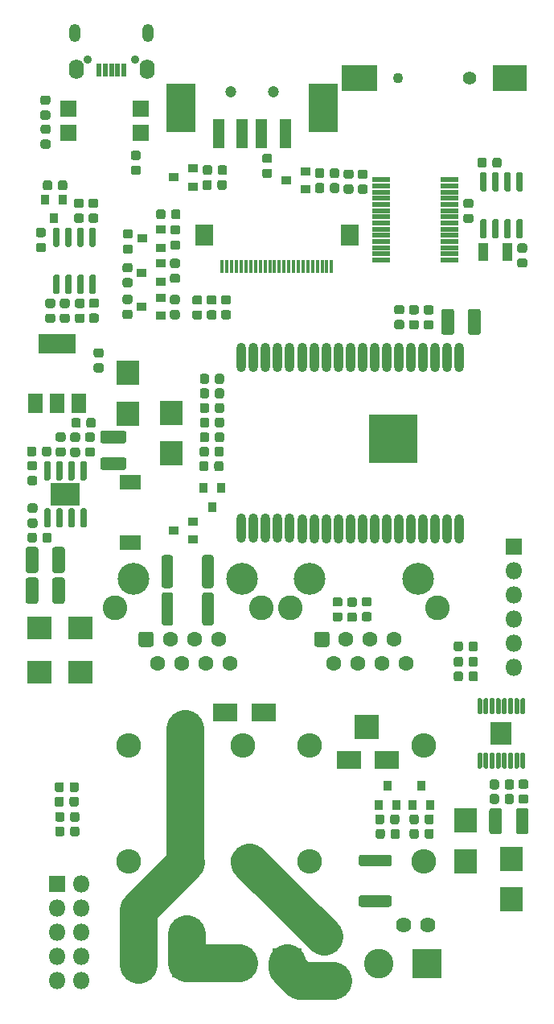
<source format=gbr>
%TF.GenerationSoftware,KiCad,Pcbnew,5.1.6-c6e7f7d~87~ubuntu20.04.1*%
%TF.CreationDate,2020-11-14T10:44:13+07:00*%
%TF.ProjectId,pas-slave-camera-hw,7061732d-736c-4617-9665-2d63616d6572,rev?*%
%TF.SameCoordinates,Original*%
%TF.FileFunction,Soldermask,Top*%
%TF.FilePolarity,Negative*%
%FSLAX46Y46*%
G04 Gerber Fmt 4.6, Leading zero omitted, Abs format (unit mm)*
G04 Created by KiCad (PCBNEW 5.1.6-c6e7f7d~87~ubuntu20.04.1) date 2020-11-14 10:44:13*
%MOMM*%
%LPD*%
G01*
G04 APERTURE LIST*
%ADD10C,4.000000*%
%ADD11R,0.900000X1.000000*%
%ADD12O,1.800000X1.800000*%
%ADD13R,1.800000X1.800000*%
%ADD14C,3.100000*%
%ADD15R,3.100000X3.100000*%
%ADD16R,2.310000X2.460000*%
%ADD17C,1.600000*%
%ADD18C,2.600000*%
%ADD19C,3.350000*%
%ADD20R,2.300000X1.600000*%
%ADD21R,1.900000X2.300000*%
%ADD22R,0.400000X1.400000*%
%ADD23C,1.200000*%
%ADD24R,3.100000X5.100000*%
%ADD25R,1.200000X3.100000*%
%ADD26R,2.600000X1.900000*%
%ADD27C,1.624000*%
%ADD28R,1.100000X1.900000*%
%ADD29R,1.700000X1.700000*%
%ADD30R,3.100000X2.390000*%
%ADD31R,1.000000X0.900000*%
%ADD32O,0.900000X0.900000*%
%ADD33O,1.250000X1.900000*%
%ADD34O,1.550000X2.100000*%
%ADD35R,0.550000X1.400000*%
%ADD36C,1.700000*%
%ADD37R,1.850000X0.550000*%
%ADD38R,1.600000X2.100000*%
%ADD39R,3.900000X2.100000*%
%ADD40C,0.900000*%
%ADD41R,5.100000X5.100000*%
%ADD42O,1.000000X3.100000*%
%ADD43R,2.600000X2.600000*%
%ADD44O,2.600000X2.600000*%
%ADD45R,2.400000X2.600000*%
%ADD46R,2.600000X2.400000*%
%ADD47C,1.400000*%
%ADD48C,1.100000*%
%ADD49R,3.640000X2.700000*%
%ADD50R,3.760000X2.700000*%
G04 APERTURE END LIST*
D10*
X332803500Y-143319500D02*
X332803500Y-143827500D01*
X334073500Y-145097500D02*
X332803500Y-143827500D01*
X337629500Y-145161000D02*
X334137000Y-145161000D01*
X336677000Y-140525500D02*
X328866500Y-132715000D01*
X327723500Y-143256000D02*
X322199000Y-143256000D01*
X322199000Y-143256000D02*
X322199000Y-140208000D01*
X322072000Y-132461000D02*
X322072000Y-118618000D01*
X317119000Y-137731500D02*
X322135500Y-132715000D01*
X317119000Y-143446500D02*
X317119000Y-137731500D01*
%TO.C,R42*%
G36*
G01*
X307164050Y-66972000D02*
X306601550Y-66972000D01*
G75*
G02*
X306357800Y-66728250I0J243750D01*
G01*
X306357800Y-66240750D01*
G75*
G02*
X306601550Y-65997000I243750J0D01*
G01*
X307164050Y-65997000D01*
G75*
G02*
X307407800Y-66240750I0J-243750D01*
G01*
X307407800Y-66728250D01*
G75*
G02*
X307164050Y-66972000I-243750J0D01*
G01*
G37*
G36*
G01*
X307164050Y-68547000D02*
X306601550Y-68547000D01*
G75*
G02*
X306357800Y-68303250I0J243750D01*
G01*
X306357800Y-67815750D01*
G75*
G02*
X306601550Y-67572000I243750J0D01*
G01*
X307164050Y-67572000D01*
G75*
G02*
X307407800Y-67815750I0J-243750D01*
G01*
X307407800Y-68303250D01*
G75*
G02*
X307164050Y-68547000I-243750J0D01*
G01*
G37*
%TD*%
D11*
%TO.C,U14*%
X324916800Y-95346520D03*
X323966800Y-93346520D03*
X325866800Y-93346520D03*
%TD*%
%TO.C,R41*%
G36*
G01*
X324566000Y-89253750D02*
X324566000Y-89816250D01*
G75*
G02*
X324322250Y-90060000I-243750J0D01*
G01*
X323834750Y-90060000D01*
G75*
G02*
X323591000Y-89816250I0J243750D01*
G01*
X323591000Y-89253750D01*
G75*
G02*
X323834750Y-89010000I243750J0D01*
G01*
X324322250Y-89010000D01*
G75*
G02*
X324566000Y-89253750I0J-243750D01*
G01*
G37*
G36*
G01*
X326141000Y-89253750D02*
X326141000Y-89816250D01*
G75*
G02*
X325897250Y-90060000I-243750J0D01*
G01*
X325409750Y-90060000D01*
G75*
G02*
X325166000Y-89816250I0J243750D01*
G01*
X325166000Y-89253750D01*
G75*
G02*
X325409750Y-89010000I243750J0D01*
G01*
X325897250Y-89010000D01*
G75*
G02*
X326141000Y-89253750I0J-243750D01*
G01*
G37*
%TD*%
%TO.C,R40*%
G36*
G01*
X325140500Y-91340250D02*
X325140500Y-90777750D01*
G75*
G02*
X325384250Y-90534000I243750J0D01*
G01*
X325871750Y-90534000D01*
G75*
G02*
X326115500Y-90777750I0J-243750D01*
G01*
X326115500Y-91340250D01*
G75*
G02*
X325871750Y-91584000I-243750J0D01*
G01*
X325384250Y-91584000D01*
G75*
G02*
X325140500Y-91340250I0J243750D01*
G01*
G37*
G36*
G01*
X323565500Y-91340250D02*
X323565500Y-90777750D01*
G75*
G02*
X323809250Y-90534000I243750J0D01*
G01*
X324296750Y-90534000D01*
G75*
G02*
X324540500Y-90777750I0J-243750D01*
G01*
X324540500Y-91340250D01*
G75*
G02*
X324296750Y-91584000I-243750J0D01*
G01*
X323809250Y-91584000D01*
G75*
G02*
X323565500Y-91340250I0J243750D01*
G01*
G37*
%TD*%
%TO.C,R5*%
G36*
G01*
X309300500Y-126063430D02*
X309300500Y-126625930D01*
G75*
G02*
X309056750Y-126869680I-243750J0D01*
G01*
X308569250Y-126869680D01*
G75*
G02*
X308325500Y-126625930I0J243750D01*
G01*
X308325500Y-126063430D01*
G75*
G02*
X308569250Y-125819680I243750J0D01*
G01*
X309056750Y-125819680D01*
G75*
G02*
X309300500Y-126063430I0J-243750D01*
G01*
G37*
G36*
G01*
X310875500Y-126063430D02*
X310875500Y-126625930D01*
G75*
G02*
X310631750Y-126869680I-243750J0D01*
G01*
X310144250Y-126869680D01*
G75*
G02*
X309900500Y-126625930I0J243750D01*
G01*
X309900500Y-126063430D01*
G75*
G02*
X310144250Y-125819680I243750J0D01*
G01*
X310631750Y-125819680D01*
G75*
G02*
X310875500Y-126063430I0J-243750D01*
G01*
G37*
%TD*%
D12*
%TO.C,J5*%
X311134760Y-145186400D03*
X308594760Y-145186400D03*
X311134760Y-142646400D03*
X308594760Y-142646400D03*
X311134760Y-140106400D03*
X308594760Y-140106400D03*
X311134760Y-137566400D03*
X308594760Y-137566400D03*
X311134760Y-135026400D03*
D13*
X308594760Y-135026400D03*
%TD*%
D14*
%TO.C,J1*%
X317152020Y-143314420D03*
D15*
X322232020Y-143314420D03*
%TD*%
D16*
%TO.C,U11*%
X355367200Y-119161560D03*
G36*
G01*
X357517200Y-121186560D02*
X357767200Y-121186560D01*
G75*
G02*
X357892200Y-121311560I0J-125000D01*
G01*
X357892200Y-122736560D01*
G75*
G02*
X357767200Y-122861560I-125000J0D01*
G01*
X357517200Y-122861560D01*
G75*
G02*
X357392200Y-122736560I0J125000D01*
G01*
X357392200Y-121311560D01*
G75*
G02*
X357517200Y-121186560I125000J0D01*
G01*
G37*
G36*
G01*
X356867200Y-121186560D02*
X357117200Y-121186560D01*
G75*
G02*
X357242200Y-121311560I0J-125000D01*
G01*
X357242200Y-122736560D01*
G75*
G02*
X357117200Y-122861560I-125000J0D01*
G01*
X356867200Y-122861560D01*
G75*
G02*
X356742200Y-122736560I0J125000D01*
G01*
X356742200Y-121311560D01*
G75*
G02*
X356867200Y-121186560I125000J0D01*
G01*
G37*
G36*
G01*
X356217200Y-121186560D02*
X356467200Y-121186560D01*
G75*
G02*
X356592200Y-121311560I0J-125000D01*
G01*
X356592200Y-122736560D01*
G75*
G02*
X356467200Y-122861560I-125000J0D01*
G01*
X356217200Y-122861560D01*
G75*
G02*
X356092200Y-122736560I0J125000D01*
G01*
X356092200Y-121311560D01*
G75*
G02*
X356217200Y-121186560I125000J0D01*
G01*
G37*
G36*
G01*
X355567200Y-121186560D02*
X355817200Y-121186560D01*
G75*
G02*
X355942200Y-121311560I0J-125000D01*
G01*
X355942200Y-122736560D01*
G75*
G02*
X355817200Y-122861560I-125000J0D01*
G01*
X355567200Y-122861560D01*
G75*
G02*
X355442200Y-122736560I0J125000D01*
G01*
X355442200Y-121311560D01*
G75*
G02*
X355567200Y-121186560I125000J0D01*
G01*
G37*
G36*
G01*
X354917200Y-121186560D02*
X355167200Y-121186560D01*
G75*
G02*
X355292200Y-121311560I0J-125000D01*
G01*
X355292200Y-122736560D01*
G75*
G02*
X355167200Y-122861560I-125000J0D01*
G01*
X354917200Y-122861560D01*
G75*
G02*
X354792200Y-122736560I0J125000D01*
G01*
X354792200Y-121311560D01*
G75*
G02*
X354917200Y-121186560I125000J0D01*
G01*
G37*
G36*
G01*
X354267200Y-121186560D02*
X354517200Y-121186560D01*
G75*
G02*
X354642200Y-121311560I0J-125000D01*
G01*
X354642200Y-122736560D01*
G75*
G02*
X354517200Y-122861560I-125000J0D01*
G01*
X354267200Y-122861560D01*
G75*
G02*
X354142200Y-122736560I0J125000D01*
G01*
X354142200Y-121311560D01*
G75*
G02*
X354267200Y-121186560I125000J0D01*
G01*
G37*
G36*
G01*
X353617200Y-121186560D02*
X353867200Y-121186560D01*
G75*
G02*
X353992200Y-121311560I0J-125000D01*
G01*
X353992200Y-122736560D01*
G75*
G02*
X353867200Y-122861560I-125000J0D01*
G01*
X353617200Y-122861560D01*
G75*
G02*
X353492200Y-122736560I0J125000D01*
G01*
X353492200Y-121311560D01*
G75*
G02*
X353617200Y-121186560I125000J0D01*
G01*
G37*
G36*
G01*
X352967200Y-121186560D02*
X353217200Y-121186560D01*
G75*
G02*
X353342200Y-121311560I0J-125000D01*
G01*
X353342200Y-122736560D01*
G75*
G02*
X353217200Y-122861560I-125000J0D01*
G01*
X352967200Y-122861560D01*
G75*
G02*
X352842200Y-122736560I0J125000D01*
G01*
X352842200Y-121311560D01*
G75*
G02*
X352967200Y-121186560I125000J0D01*
G01*
G37*
G36*
G01*
X352967200Y-115461560D02*
X353217200Y-115461560D01*
G75*
G02*
X353342200Y-115586560I0J-125000D01*
G01*
X353342200Y-117011560D01*
G75*
G02*
X353217200Y-117136560I-125000J0D01*
G01*
X352967200Y-117136560D01*
G75*
G02*
X352842200Y-117011560I0J125000D01*
G01*
X352842200Y-115586560D01*
G75*
G02*
X352967200Y-115461560I125000J0D01*
G01*
G37*
G36*
G01*
X353617200Y-115461560D02*
X353867200Y-115461560D01*
G75*
G02*
X353992200Y-115586560I0J-125000D01*
G01*
X353992200Y-117011560D01*
G75*
G02*
X353867200Y-117136560I-125000J0D01*
G01*
X353617200Y-117136560D01*
G75*
G02*
X353492200Y-117011560I0J125000D01*
G01*
X353492200Y-115586560D01*
G75*
G02*
X353617200Y-115461560I125000J0D01*
G01*
G37*
G36*
G01*
X354267200Y-115461560D02*
X354517200Y-115461560D01*
G75*
G02*
X354642200Y-115586560I0J-125000D01*
G01*
X354642200Y-117011560D01*
G75*
G02*
X354517200Y-117136560I-125000J0D01*
G01*
X354267200Y-117136560D01*
G75*
G02*
X354142200Y-117011560I0J125000D01*
G01*
X354142200Y-115586560D01*
G75*
G02*
X354267200Y-115461560I125000J0D01*
G01*
G37*
G36*
G01*
X354917200Y-115461560D02*
X355167200Y-115461560D01*
G75*
G02*
X355292200Y-115586560I0J-125000D01*
G01*
X355292200Y-117011560D01*
G75*
G02*
X355167200Y-117136560I-125000J0D01*
G01*
X354917200Y-117136560D01*
G75*
G02*
X354792200Y-117011560I0J125000D01*
G01*
X354792200Y-115586560D01*
G75*
G02*
X354917200Y-115461560I125000J0D01*
G01*
G37*
G36*
G01*
X355567200Y-115461560D02*
X355817200Y-115461560D01*
G75*
G02*
X355942200Y-115586560I0J-125000D01*
G01*
X355942200Y-117011560D01*
G75*
G02*
X355817200Y-117136560I-125000J0D01*
G01*
X355567200Y-117136560D01*
G75*
G02*
X355442200Y-117011560I0J125000D01*
G01*
X355442200Y-115586560D01*
G75*
G02*
X355567200Y-115461560I125000J0D01*
G01*
G37*
G36*
G01*
X356217200Y-115461560D02*
X356467200Y-115461560D01*
G75*
G02*
X356592200Y-115586560I0J-125000D01*
G01*
X356592200Y-117011560D01*
G75*
G02*
X356467200Y-117136560I-125000J0D01*
G01*
X356217200Y-117136560D01*
G75*
G02*
X356092200Y-117011560I0J125000D01*
G01*
X356092200Y-115586560D01*
G75*
G02*
X356217200Y-115461560I125000J0D01*
G01*
G37*
G36*
G01*
X356867200Y-115461560D02*
X357117200Y-115461560D01*
G75*
G02*
X357242200Y-115586560I0J-125000D01*
G01*
X357242200Y-117011560D01*
G75*
G02*
X357117200Y-117136560I-125000J0D01*
G01*
X356867200Y-117136560D01*
G75*
G02*
X356742200Y-117011560I0J125000D01*
G01*
X356742200Y-115586560D01*
G75*
G02*
X356867200Y-115461560I125000J0D01*
G01*
G37*
G36*
G01*
X357517200Y-115461560D02*
X357767200Y-115461560D01*
G75*
G02*
X357892200Y-115586560I0J-125000D01*
G01*
X357892200Y-117011560D01*
G75*
G02*
X357767200Y-117136560I-125000J0D01*
G01*
X357517200Y-117136560D01*
G75*
G02*
X357392200Y-117011560I0J125000D01*
G01*
X357392200Y-115586560D01*
G75*
G02*
X357517200Y-115461560I125000J0D01*
G01*
G37*
%TD*%
%TO.C,C4*%
G36*
G01*
X351332520Y-111346670D02*
X351332520Y-111909170D01*
G75*
G02*
X351088770Y-112152920I-243750J0D01*
G01*
X350601270Y-112152920D01*
G75*
G02*
X350357520Y-111909170I0J243750D01*
G01*
X350357520Y-111346670D01*
G75*
G02*
X350601270Y-111102920I243750J0D01*
G01*
X351088770Y-111102920D01*
G75*
G02*
X351332520Y-111346670I0J-243750D01*
G01*
G37*
G36*
G01*
X352907520Y-111346670D02*
X352907520Y-111909170D01*
G75*
G02*
X352663770Y-112152920I-243750J0D01*
G01*
X352176270Y-112152920D01*
G75*
G02*
X351932520Y-111909170I0J243750D01*
G01*
X351932520Y-111346670D01*
G75*
G02*
X352176270Y-111102920I243750J0D01*
G01*
X352663770Y-111102920D01*
G75*
G02*
X352907520Y-111346670I0J-243750D01*
G01*
G37*
%TD*%
D17*
%TO.C,J8*%
X324289580Y-111813340D03*
D18*
X314644580Y-105963340D03*
X330134580Y-105963340D03*
D17*
X325569580Y-109273340D03*
X326829580Y-111813340D03*
X321749580Y-111813340D03*
X320489580Y-109273340D03*
X323029580Y-109273340D03*
X319209580Y-111813340D03*
G36*
G01*
X317149580Y-109806140D02*
X317149580Y-108740540D01*
G75*
G02*
X317416780Y-108473340I267200J0D01*
G01*
X318482380Y-108473340D01*
G75*
G02*
X318749580Y-108740540I0J-267200D01*
G01*
X318749580Y-109806140D01*
G75*
G02*
X318482380Y-110073340I-267200J0D01*
G01*
X317416780Y-110073340D01*
G75*
G02*
X317149580Y-109806140I0J267200D01*
G01*
G37*
D19*
X316674580Y-102913340D03*
X328104580Y-102913340D03*
%TD*%
D17*
%TO.C,J7*%
X342816180Y-111800640D03*
D18*
X333171180Y-105950640D03*
X348661180Y-105950640D03*
D17*
X344096180Y-109260640D03*
X345356180Y-111800640D03*
X340276180Y-111800640D03*
X339016180Y-109260640D03*
X341556180Y-109260640D03*
X337736180Y-111800640D03*
G36*
G01*
X335676180Y-109793440D02*
X335676180Y-108727840D01*
G75*
G02*
X335943380Y-108460640I267200J0D01*
G01*
X337008980Y-108460640D01*
G75*
G02*
X337276180Y-108727840I0J-267200D01*
G01*
X337276180Y-109793440D01*
G75*
G02*
X337008980Y-110060640I-267200J0D01*
G01*
X335943380Y-110060640D01*
G75*
G02*
X335676180Y-109793440I0J267200D01*
G01*
G37*
D19*
X335201180Y-102900640D03*
X346631180Y-102900640D03*
%TD*%
%TO.C,C10*%
G36*
G01*
X320729030Y-70813040D02*
X321291530Y-70813040D01*
G75*
G02*
X321535280Y-71056790I0J-243750D01*
G01*
X321535280Y-71544290D01*
G75*
G02*
X321291530Y-71788040I-243750J0D01*
G01*
X320729030Y-71788040D01*
G75*
G02*
X320485280Y-71544290I0J243750D01*
G01*
X320485280Y-71056790D01*
G75*
G02*
X320729030Y-70813040I243750J0D01*
G01*
G37*
G36*
G01*
X320729030Y-69238040D02*
X321291530Y-69238040D01*
G75*
G02*
X321535280Y-69481790I0J-243750D01*
G01*
X321535280Y-69969290D01*
G75*
G02*
X321291530Y-70213040I-243750J0D01*
G01*
X320729030Y-70213040D01*
G75*
G02*
X320485280Y-69969290I0J243750D01*
G01*
X320485280Y-69481790D01*
G75*
G02*
X320729030Y-69238040I243750J0D01*
G01*
G37*
%TD*%
D20*
%TO.C,L1*%
X316255400Y-92715480D03*
X316255400Y-99115480D03*
%TD*%
D21*
%TO.C,U9*%
X324088680Y-66715240D03*
D22*
X332488680Y-70015240D03*
X333488680Y-70015240D03*
X331488680Y-70015240D03*
X333988680Y-70015240D03*
X334488680Y-70015240D03*
X332988680Y-70015240D03*
X330988680Y-70015240D03*
X329488680Y-70015240D03*
X326488680Y-70015240D03*
X327488680Y-70015240D03*
X331988680Y-70015240D03*
X326988680Y-70015240D03*
X335988680Y-70015240D03*
X336488680Y-70015240D03*
X330488680Y-70015240D03*
X328488680Y-70015240D03*
X334988680Y-70015240D03*
X335488680Y-70015240D03*
X336988680Y-70015240D03*
X337488680Y-70015240D03*
D21*
X339388680Y-66715240D03*
D22*
X325988680Y-70015240D03*
X327988680Y-70015240D03*
X328988680Y-70015240D03*
X329988680Y-70015240D03*
%TD*%
D23*
%TO.C,J3*%
X326850000Y-51660340D03*
X331350000Y-51660340D03*
D24*
X321600000Y-53360340D03*
X336600000Y-53360340D03*
D25*
X325600000Y-56060340D03*
X328100000Y-56060340D03*
X330100000Y-56060340D03*
X332600000Y-56060340D03*
%TD*%
%TO.C,C1*%
G36*
G01*
X356896500Y-129502000D02*
X356896500Y-127292000D01*
G75*
G02*
X357166500Y-127022000I270000J0D01*
G01*
X357976500Y-127022000D01*
G75*
G02*
X358246500Y-127292000I0J-270000D01*
G01*
X358246500Y-129502000D01*
G75*
G02*
X357976500Y-129772000I-270000J0D01*
G01*
X357166500Y-129772000D01*
G75*
G02*
X356896500Y-129502000I0J270000D01*
G01*
G37*
G36*
G01*
X354096500Y-129502000D02*
X354096500Y-127292000D01*
G75*
G02*
X354366500Y-127022000I270000J0D01*
G01*
X355176500Y-127022000D01*
G75*
G02*
X355446500Y-127292000I0J-270000D01*
G01*
X355446500Y-129502000D01*
G75*
G02*
X355176500Y-129772000I-270000J0D01*
G01*
X354366500Y-129772000D01*
G75*
G02*
X354096500Y-129502000I0J270000D01*
G01*
G37*
%TD*%
D26*
%TO.C,D12*%
X326315320Y-116961920D03*
X330315320Y-116961920D03*
%TD*%
%TO.C,D10*%
X343318600Y-121945400D03*
X339318600Y-121945400D03*
%TD*%
D27*
%TO.C,PS1*%
X347646000Y-139300000D03*
X345106000Y-139300000D03*
X322754000Y-139300000D03*
X316150000Y-139300000D03*
%TD*%
D14*
%TO.C,J6*%
X327731120Y-143276320D03*
D15*
X332811120Y-143276320D03*
%TD*%
D14*
%TO.C,J9*%
X342493600Y-143357600D03*
D15*
X347573600Y-143357600D03*
%TD*%
%TO.C,R4*%
G36*
G01*
X324601460Y-87742450D02*
X324601460Y-88304950D01*
G75*
G02*
X324357710Y-88548700I-243750J0D01*
G01*
X323870210Y-88548700D01*
G75*
G02*
X323626460Y-88304950I0J243750D01*
G01*
X323626460Y-87742450D01*
G75*
G02*
X323870210Y-87498700I243750J0D01*
G01*
X324357710Y-87498700D01*
G75*
G02*
X324601460Y-87742450I0J-243750D01*
G01*
G37*
G36*
G01*
X326176460Y-87742450D02*
X326176460Y-88304950D01*
G75*
G02*
X325932710Y-88548700I-243750J0D01*
G01*
X325445210Y-88548700D01*
G75*
G02*
X325201460Y-88304950I0J243750D01*
G01*
X325201460Y-87742450D01*
G75*
G02*
X325445210Y-87498700I243750J0D01*
G01*
X325932710Y-87498700D01*
G75*
G02*
X326176460Y-87742450I0J-243750D01*
G01*
G37*
%TD*%
%TO.C,U5*%
G36*
G01*
X353662900Y-62168600D02*
X353312900Y-62168600D01*
G75*
G02*
X353137900Y-61993600I0J175000D01*
G01*
X353137900Y-60293600D01*
G75*
G02*
X353312900Y-60118600I175000J0D01*
G01*
X353662900Y-60118600D01*
G75*
G02*
X353837900Y-60293600I0J-175000D01*
G01*
X353837900Y-61993600D01*
G75*
G02*
X353662900Y-62168600I-175000J0D01*
G01*
G37*
G36*
G01*
X354932900Y-62168600D02*
X354582900Y-62168600D01*
G75*
G02*
X354407900Y-61993600I0J175000D01*
G01*
X354407900Y-60293600D01*
G75*
G02*
X354582900Y-60118600I175000J0D01*
G01*
X354932900Y-60118600D01*
G75*
G02*
X355107900Y-60293600I0J-175000D01*
G01*
X355107900Y-61993600D01*
G75*
G02*
X354932900Y-62168600I-175000J0D01*
G01*
G37*
G36*
G01*
X356202900Y-62168600D02*
X355852900Y-62168600D01*
G75*
G02*
X355677900Y-61993600I0J175000D01*
G01*
X355677900Y-60293600D01*
G75*
G02*
X355852900Y-60118600I175000J0D01*
G01*
X356202900Y-60118600D01*
G75*
G02*
X356377900Y-60293600I0J-175000D01*
G01*
X356377900Y-61993600D01*
G75*
G02*
X356202900Y-62168600I-175000J0D01*
G01*
G37*
G36*
G01*
X357472900Y-62168600D02*
X357122900Y-62168600D01*
G75*
G02*
X356947900Y-61993600I0J175000D01*
G01*
X356947900Y-60293600D01*
G75*
G02*
X357122900Y-60118600I175000J0D01*
G01*
X357472900Y-60118600D01*
G75*
G02*
X357647900Y-60293600I0J-175000D01*
G01*
X357647900Y-61993600D01*
G75*
G02*
X357472900Y-62168600I-175000J0D01*
G01*
G37*
G36*
G01*
X357472900Y-67118600D02*
X357122900Y-67118600D01*
G75*
G02*
X356947900Y-66943600I0J175000D01*
G01*
X356947900Y-65243600D01*
G75*
G02*
X357122900Y-65068600I175000J0D01*
G01*
X357472900Y-65068600D01*
G75*
G02*
X357647900Y-65243600I0J-175000D01*
G01*
X357647900Y-66943600D01*
G75*
G02*
X357472900Y-67118600I-175000J0D01*
G01*
G37*
G36*
G01*
X356202900Y-67118600D02*
X355852900Y-67118600D01*
G75*
G02*
X355677900Y-66943600I0J175000D01*
G01*
X355677900Y-65243600D01*
G75*
G02*
X355852900Y-65068600I175000J0D01*
G01*
X356202900Y-65068600D01*
G75*
G02*
X356377900Y-65243600I0J-175000D01*
G01*
X356377900Y-66943600D01*
G75*
G02*
X356202900Y-67118600I-175000J0D01*
G01*
G37*
G36*
G01*
X354932900Y-67118600D02*
X354582900Y-67118600D01*
G75*
G02*
X354407900Y-66943600I0J175000D01*
G01*
X354407900Y-65243600D01*
G75*
G02*
X354582900Y-65068600I175000J0D01*
G01*
X354932900Y-65068600D01*
G75*
G02*
X355107900Y-65243600I0J-175000D01*
G01*
X355107900Y-66943600D01*
G75*
G02*
X354932900Y-67118600I-175000J0D01*
G01*
G37*
G36*
G01*
X353662900Y-67118600D02*
X353312900Y-67118600D01*
G75*
G02*
X353137900Y-66943600I0J175000D01*
G01*
X353137900Y-65243600D01*
G75*
G02*
X353312900Y-65068600I175000J0D01*
G01*
X353662900Y-65068600D01*
G75*
G02*
X353837900Y-65243600I0J-175000D01*
G01*
X353837900Y-66943600D01*
G75*
G02*
X353662900Y-67118600I-175000J0D01*
G01*
G37*
%TD*%
D28*
%TO.C,Y1*%
X355992900Y-68543600D03*
X353492900Y-68543600D03*
%TD*%
%TO.C,U10*%
G36*
G01*
X312148480Y-70900180D02*
X312498480Y-70900180D01*
G75*
G02*
X312673480Y-71075180I0J-175000D01*
G01*
X312673480Y-72775180D01*
G75*
G02*
X312498480Y-72950180I-175000J0D01*
G01*
X312148480Y-72950180D01*
G75*
G02*
X311973480Y-72775180I0J175000D01*
G01*
X311973480Y-71075180D01*
G75*
G02*
X312148480Y-70900180I175000J0D01*
G01*
G37*
G36*
G01*
X310878480Y-70900180D02*
X311228480Y-70900180D01*
G75*
G02*
X311403480Y-71075180I0J-175000D01*
G01*
X311403480Y-72775180D01*
G75*
G02*
X311228480Y-72950180I-175000J0D01*
G01*
X310878480Y-72950180D01*
G75*
G02*
X310703480Y-72775180I0J175000D01*
G01*
X310703480Y-71075180D01*
G75*
G02*
X310878480Y-70900180I175000J0D01*
G01*
G37*
G36*
G01*
X309608480Y-70900180D02*
X309958480Y-70900180D01*
G75*
G02*
X310133480Y-71075180I0J-175000D01*
G01*
X310133480Y-72775180D01*
G75*
G02*
X309958480Y-72950180I-175000J0D01*
G01*
X309608480Y-72950180D01*
G75*
G02*
X309433480Y-72775180I0J175000D01*
G01*
X309433480Y-71075180D01*
G75*
G02*
X309608480Y-70900180I175000J0D01*
G01*
G37*
G36*
G01*
X308338480Y-70900180D02*
X308688480Y-70900180D01*
G75*
G02*
X308863480Y-71075180I0J-175000D01*
G01*
X308863480Y-72775180D01*
G75*
G02*
X308688480Y-72950180I-175000J0D01*
G01*
X308338480Y-72950180D01*
G75*
G02*
X308163480Y-72775180I0J175000D01*
G01*
X308163480Y-71075180D01*
G75*
G02*
X308338480Y-70900180I175000J0D01*
G01*
G37*
G36*
G01*
X308338480Y-65950180D02*
X308688480Y-65950180D01*
G75*
G02*
X308863480Y-66125180I0J-175000D01*
G01*
X308863480Y-67825180D01*
G75*
G02*
X308688480Y-68000180I-175000J0D01*
G01*
X308338480Y-68000180D01*
G75*
G02*
X308163480Y-67825180I0J175000D01*
G01*
X308163480Y-66125180D01*
G75*
G02*
X308338480Y-65950180I175000J0D01*
G01*
G37*
G36*
G01*
X309608480Y-65950180D02*
X309958480Y-65950180D01*
G75*
G02*
X310133480Y-66125180I0J-175000D01*
G01*
X310133480Y-67825180D01*
G75*
G02*
X309958480Y-68000180I-175000J0D01*
G01*
X309608480Y-68000180D01*
G75*
G02*
X309433480Y-67825180I0J175000D01*
G01*
X309433480Y-66125180D01*
G75*
G02*
X309608480Y-65950180I175000J0D01*
G01*
G37*
G36*
G01*
X310878480Y-65950180D02*
X311228480Y-65950180D01*
G75*
G02*
X311403480Y-66125180I0J-175000D01*
G01*
X311403480Y-67825180D01*
G75*
G02*
X311228480Y-68000180I-175000J0D01*
G01*
X310878480Y-68000180D01*
G75*
G02*
X310703480Y-67825180I0J175000D01*
G01*
X310703480Y-66125180D01*
G75*
G02*
X310878480Y-65950180I175000J0D01*
G01*
G37*
G36*
G01*
X312148480Y-65950180D02*
X312498480Y-65950180D01*
G75*
G02*
X312673480Y-66125180I0J-175000D01*
G01*
X312673480Y-67825180D01*
G75*
G02*
X312498480Y-68000180I-175000J0D01*
G01*
X312148480Y-68000180D01*
G75*
G02*
X311973480Y-67825180I0J175000D01*
G01*
X311973480Y-66125180D01*
G75*
G02*
X312148480Y-65950180I175000J0D01*
G01*
G37*
%TD*%
D29*
%TO.C,U8*%
X309813960Y-56032400D03*
X317433960Y-53492400D03*
X309813960Y-53492400D03*
X317433960Y-56032400D03*
%TD*%
D30*
%TO.C,U3*%
X309465000Y-94025000D03*
G36*
G01*
X307735000Y-92575000D02*
X307385000Y-92575000D01*
G75*
G02*
X307210000Y-92400000I0J175000D01*
G01*
X307210000Y-90700000D01*
G75*
G02*
X307385000Y-90525000I175000J0D01*
G01*
X307735000Y-90525000D01*
G75*
G02*
X307910000Y-90700000I0J-175000D01*
G01*
X307910000Y-92400000D01*
G75*
G02*
X307735000Y-92575000I-175000J0D01*
G01*
G37*
G36*
G01*
X309005000Y-92575000D02*
X308655000Y-92575000D01*
G75*
G02*
X308480000Y-92400000I0J175000D01*
G01*
X308480000Y-90700000D01*
G75*
G02*
X308655000Y-90525000I175000J0D01*
G01*
X309005000Y-90525000D01*
G75*
G02*
X309180000Y-90700000I0J-175000D01*
G01*
X309180000Y-92400000D01*
G75*
G02*
X309005000Y-92575000I-175000J0D01*
G01*
G37*
G36*
G01*
X310275000Y-92575000D02*
X309925000Y-92575000D01*
G75*
G02*
X309750000Y-92400000I0J175000D01*
G01*
X309750000Y-90700000D01*
G75*
G02*
X309925000Y-90525000I175000J0D01*
G01*
X310275000Y-90525000D01*
G75*
G02*
X310450000Y-90700000I0J-175000D01*
G01*
X310450000Y-92400000D01*
G75*
G02*
X310275000Y-92575000I-175000J0D01*
G01*
G37*
G36*
G01*
X311545000Y-92575000D02*
X311195000Y-92575000D01*
G75*
G02*
X311020000Y-92400000I0J175000D01*
G01*
X311020000Y-90700000D01*
G75*
G02*
X311195000Y-90525000I175000J0D01*
G01*
X311545000Y-90525000D01*
G75*
G02*
X311720000Y-90700000I0J-175000D01*
G01*
X311720000Y-92400000D01*
G75*
G02*
X311545000Y-92575000I-175000J0D01*
G01*
G37*
G36*
G01*
X311545000Y-97525000D02*
X311195000Y-97525000D01*
G75*
G02*
X311020000Y-97350000I0J175000D01*
G01*
X311020000Y-95650000D01*
G75*
G02*
X311195000Y-95475000I175000J0D01*
G01*
X311545000Y-95475000D01*
G75*
G02*
X311720000Y-95650000I0J-175000D01*
G01*
X311720000Y-97350000D01*
G75*
G02*
X311545000Y-97525000I-175000J0D01*
G01*
G37*
G36*
G01*
X310275000Y-97525000D02*
X309925000Y-97525000D01*
G75*
G02*
X309750000Y-97350000I0J175000D01*
G01*
X309750000Y-95650000D01*
G75*
G02*
X309925000Y-95475000I175000J0D01*
G01*
X310275000Y-95475000D01*
G75*
G02*
X310450000Y-95650000I0J-175000D01*
G01*
X310450000Y-97350000D01*
G75*
G02*
X310275000Y-97525000I-175000J0D01*
G01*
G37*
G36*
G01*
X309005000Y-97525000D02*
X308655000Y-97525000D01*
G75*
G02*
X308480000Y-97350000I0J175000D01*
G01*
X308480000Y-95650000D01*
G75*
G02*
X308655000Y-95475000I175000J0D01*
G01*
X309005000Y-95475000D01*
G75*
G02*
X309180000Y-95650000I0J-175000D01*
G01*
X309180000Y-97350000D01*
G75*
G02*
X309005000Y-97525000I-175000J0D01*
G01*
G37*
G36*
G01*
X307735000Y-97525000D02*
X307385000Y-97525000D01*
G75*
G02*
X307210000Y-97350000I0J175000D01*
G01*
X307210000Y-95650000D01*
G75*
G02*
X307385000Y-95475000I175000J0D01*
G01*
X307735000Y-95475000D01*
G75*
G02*
X307910000Y-95650000I0J-175000D01*
G01*
X307910000Y-97350000D01*
G75*
G02*
X307735000Y-97525000I-175000J0D01*
G01*
G37*
%TD*%
%TO.C,TH3*%
G36*
G01*
X343564979Y-137416900D02*
X340609421Y-137416900D01*
G75*
G02*
X340337200Y-137144679I0J272221D01*
G01*
X340337200Y-136464121D01*
G75*
G02*
X340609421Y-136191900I272221J0D01*
G01*
X343564979Y-136191900D01*
G75*
G02*
X343837200Y-136464121I0J-272221D01*
G01*
X343837200Y-137144679D01*
G75*
G02*
X343564979Y-137416900I-272221J0D01*
G01*
G37*
G36*
G01*
X343564979Y-133141900D02*
X340609421Y-133141900D01*
G75*
G02*
X340337200Y-132869679I0J272221D01*
G01*
X340337200Y-132189121D01*
G75*
G02*
X340609421Y-131916900I272221J0D01*
G01*
X343564979Y-131916900D01*
G75*
G02*
X343837200Y-132189121I0J-272221D01*
G01*
X343837200Y-132869679D01*
G75*
G02*
X343564979Y-133141900I-272221J0D01*
G01*
G37*
%TD*%
%TO.C,TH2*%
G36*
G01*
X323848460Y-103621339D02*
X323848460Y-100665781D01*
G75*
G02*
X324120681Y-100393560I272221J0D01*
G01*
X324801239Y-100393560D01*
G75*
G02*
X325073460Y-100665781I0J-272221D01*
G01*
X325073460Y-103621339D01*
G75*
G02*
X324801239Y-103893560I-272221J0D01*
G01*
X324120681Y-103893560D01*
G75*
G02*
X323848460Y-103621339I0J272221D01*
G01*
G37*
G36*
G01*
X319573460Y-103621339D02*
X319573460Y-100665781D01*
G75*
G02*
X319845681Y-100393560I272221J0D01*
G01*
X320526239Y-100393560D01*
G75*
G02*
X320798460Y-100665781I0J-272221D01*
G01*
X320798460Y-103621339D01*
G75*
G02*
X320526239Y-103893560I-272221J0D01*
G01*
X319845681Y-103893560D01*
G75*
G02*
X319573460Y-103621339I0J272221D01*
G01*
G37*
%TD*%
%TO.C,TH1*%
G36*
G01*
X323863700Y-107553259D02*
X323863700Y-104597701D01*
G75*
G02*
X324135921Y-104325480I272221J0D01*
G01*
X324816479Y-104325480D01*
G75*
G02*
X325088700Y-104597701I0J-272221D01*
G01*
X325088700Y-107553259D01*
G75*
G02*
X324816479Y-107825480I-272221J0D01*
G01*
X324135921Y-107825480D01*
G75*
G02*
X323863700Y-107553259I0J272221D01*
G01*
G37*
G36*
G01*
X319588700Y-107553259D02*
X319588700Y-104597701D01*
G75*
G02*
X319860921Y-104325480I272221J0D01*
G01*
X320541479Y-104325480D01*
G75*
G02*
X320813700Y-104597701I0J-272221D01*
G01*
X320813700Y-107553259D01*
G75*
G02*
X320541479Y-107825480I-272221J0D01*
G01*
X319860921Y-107825480D01*
G75*
G02*
X319588700Y-107553259I0J272221D01*
G01*
G37*
%TD*%
D31*
%TO.C,Q2*%
X320885820Y-60690760D03*
X322885820Y-59740760D03*
X322885820Y-61640760D03*
%TD*%
%TO.C,Q1*%
X317476900Y-74273600D03*
X319476900Y-73323600D03*
X319476900Y-75223600D03*
%TD*%
D32*
%TO.C,J4*%
X311810000Y-48280000D03*
X316810000Y-48280000D03*
D33*
X310435000Y-45530000D03*
X318185000Y-45530000D03*
D34*
X310585000Y-49330000D03*
X318035000Y-49330000D03*
D35*
X313010000Y-49380000D03*
X313660000Y-49380000D03*
X314310000Y-49380000D03*
X314960000Y-49380000D03*
X315610000Y-49380000D03*
%TD*%
D36*
%TO.C,F2*%
X337634580Y-141147800D03*
X337634580Y-146147800D03*
%TD*%
D37*
%TO.C,U7*%
X342742400Y-69380400D03*
X342742400Y-68730400D03*
X342742400Y-68080400D03*
X342742400Y-67430400D03*
X342742400Y-66780400D03*
X342742400Y-66130400D03*
X342742400Y-65480400D03*
X342742400Y-64830400D03*
X342742400Y-64180400D03*
X342742400Y-63530400D03*
X342742400Y-62880400D03*
X342742400Y-62230400D03*
X342742400Y-61580400D03*
X342742400Y-60930400D03*
X349942400Y-60930400D03*
X349942400Y-61580400D03*
X349942400Y-62230400D03*
X349942400Y-62880400D03*
X349942400Y-63530400D03*
X349942400Y-64180400D03*
X349942400Y-64830400D03*
X349942400Y-65480400D03*
X349942400Y-66130400D03*
X349942400Y-66780400D03*
X349942400Y-67430400D03*
X349942400Y-68080400D03*
X349942400Y-68730400D03*
X349942400Y-69380400D03*
%TD*%
D38*
%TO.C,U6*%
X306275000Y-84475000D03*
X310875000Y-84475000D03*
X308575000Y-84475000D03*
D39*
X308575000Y-78175000D03*
%TD*%
D40*
%TO.C,U4*%
X345984260Y-86188640D03*
D41*
X343964260Y-88178640D03*
D42*
X350894260Y-79588640D03*
X349624260Y-79588640D03*
X348354260Y-79588640D03*
X347084260Y-79588640D03*
X345814260Y-79588640D03*
X344544260Y-79588640D03*
X343274260Y-79588640D03*
X342004260Y-79588640D03*
X340734260Y-79588640D03*
X339464260Y-79588640D03*
X338194260Y-79588640D03*
X336924260Y-79588640D03*
X335654260Y-79588640D03*
X334384260Y-79588640D03*
X333084260Y-79588640D03*
X331814260Y-79588640D03*
X330544260Y-79588640D03*
X329274260Y-79588640D03*
X328004260Y-79588640D03*
X328004260Y-97588640D03*
X329274260Y-97588640D03*
X330544260Y-97588640D03*
X331814260Y-97588640D03*
X333084260Y-97588640D03*
X334384260Y-97618640D03*
X335654260Y-97618640D03*
X336924260Y-97618640D03*
X338194260Y-97618640D03*
X339464260Y-97618640D03*
X340734260Y-97618640D03*
X342004260Y-97618640D03*
X343274260Y-97618640D03*
X344544260Y-97618640D03*
X345814260Y-97618640D03*
X347084260Y-97618640D03*
X348354260Y-97618640D03*
X349624260Y-97618640D03*
X350894260Y-97618640D03*
D40*
X344984260Y-86188640D03*
X343984260Y-86188640D03*
X342984260Y-86188640D03*
X341984260Y-86188640D03*
X341984260Y-87188640D03*
X342984260Y-87188640D03*
X343984260Y-87188640D03*
X344984260Y-87188640D03*
X345984260Y-87188640D03*
X345984260Y-89188640D03*
X344984260Y-89188640D03*
X343984260Y-89188640D03*
X342984260Y-89188640D03*
X341984260Y-89188640D03*
X341984260Y-88188640D03*
X342984260Y-88188640D03*
X343984260Y-88188640D03*
X344984260Y-88188640D03*
X345984260Y-88188640D03*
X341984260Y-90188640D03*
X342984260Y-90188640D03*
X343984260Y-90188640D03*
X344984260Y-90188640D03*
X345984260Y-90188640D03*
%TD*%
D31*
%TO.C,U2*%
X317527700Y-67127080D03*
X319527700Y-66177080D03*
X319527700Y-68077080D03*
%TD*%
%TO.C,U1*%
X317502300Y-70695660D03*
X319502300Y-69745660D03*
X319502300Y-71645660D03*
%TD*%
%TO.C,R39*%
G36*
G01*
X337323260Y-60524670D02*
X337323260Y-59962170D01*
G75*
G02*
X337567010Y-59718420I243750J0D01*
G01*
X338054510Y-59718420D01*
G75*
G02*
X338298260Y-59962170I0J-243750D01*
G01*
X338298260Y-60524670D01*
G75*
G02*
X338054510Y-60768420I-243750J0D01*
G01*
X337567010Y-60768420D01*
G75*
G02*
X337323260Y-60524670I0J243750D01*
G01*
G37*
G36*
G01*
X335748260Y-60524670D02*
X335748260Y-59962170D01*
G75*
G02*
X335992010Y-59718420I243750J0D01*
G01*
X336479510Y-59718420D01*
G75*
G02*
X336723260Y-59962170I0J-243750D01*
G01*
X336723260Y-60524670D01*
G75*
G02*
X336479510Y-60768420I-243750J0D01*
G01*
X335992010Y-60768420D01*
G75*
G02*
X335748260Y-60524670I0J243750D01*
G01*
G37*
%TD*%
%TO.C,R38*%
G36*
G01*
X351932420Y-113440790D02*
X351932420Y-112878290D01*
G75*
G02*
X352176170Y-112634540I243750J0D01*
G01*
X352663670Y-112634540D01*
G75*
G02*
X352907420Y-112878290I0J-243750D01*
G01*
X352907420Y-113440790D01*
G75*
G02*
X352663670Y-113684540I-243750J0D01*
G01*
X352176170Y-113684540D01*
G75*
G02*
X351932420Y-113440790I0J243750D01*
G01*
G37*
G36*
G01*
X350357420Y-113440790D02*
X350357420Y-112878290D01*
G75*
G02*
X350601170Y-112634540I243750J0D01*
G01*
X351088670Y-112634540D01*
G75*
G02*
X351332420Y-112878290I0J-243750D01*
G01*
X351332420Y-113440790D01*
G75*
G02*
X351088670Y-113684540I-243750J0D01*
G01*
X350601170Y-113684540D01*
G75*
G02*
X350357420Y-113440790I0J243750D01*
G01*
G37*
%TD*%
%TO.C,R37*%
G36*
G01*
X351935160Y-110291190D02*
X351935160Y-109728690D01*
G75*
G02*
X352178910Y-109484940I243750J0D01*
G01*
X352666410Y-109484940D01*
G75*
G02*
X352910160Y-109728690I0J-243750D01*
G01*
X352910160Y-110291190D01*
G75*
G02*
X352666410Y-110534940I-243750J0D01*
G01*
X352178910Y-110534940D01*
G75*
G02*
X351935160Y-110291190I0J243750D01*
G01*
G37*
G36*
G01*
X350360160Y-110291190D02*
X350360160Y-109728690D01*
G75*
G02*
X350603910Y-109484940I243750J0D01*
G01*
X351091410Y-109484940D01*
G75*
G02*
X351335160Y-109728690I0J-243750D01*
G01*
X351335160Y-110291190D01*
G75*
G02*
X351091410Y-110534940I-243750J0D01*
G01*
X350603910Y-110534940D01*
G75*
G02*
X350360160Y-110291190I0J243750D01*
G01*
G37*
%TD*%
%TO.C,R36*%
G36*
G01*
X343654500Y-128483990D02*
X343654500Y-127921490D01*
G75*
G02*
X343898250Y-127677740I243750J0D01*
G01*
X344385750Y-127677740D01*
G75*
G02*
X344629500Y-127921490I0J-243750D01*
G01*
X344629500Y-128483990D01*
G75*
G02*
X344385750Y-128727740I-243750J0D01*
G01*
X343898250Y-128727740D01*
G75*
G02*
X343654500Y-128483990I0J243750D01*
G01*
G37*
G36*
G01*
X342079500Y-128483990D02*
X342079500Y-127921490D01*
G75*
G02*
X342323250Y-127677740I243750J0D01*
G01*
X342810750Y-127677740D01*
G75*
G02*
X343054500Y-127921490I0J-243750D01*
G01*
X343054500Y-128483990D01*
G75*
G02*
X342810750Y-128727740I-243750J0D01*
G01*
X342323250Y-128727740D01*
G75*
G02*
X342079500Y-128483990I0J243750D01*
G01*
G37*
%TD*%
%TO.C,R35*%
G36*
G01*
X343704500Y-130008990D02*
X343704500Y-129446490D01*
G75*
G02*
X343948250Y-129202740I243750J0D01*
G01*
X344435750Y-129202740D01*
G75*
G02*
X344679500Y-129446490I0J-243750D01*
G01*
X344679500Y-130008990D01*
G75*
G02*
X344435750Y-130252740I-243750J0D01*
G01*
X343948250Y-130252740D01*
G75*
G02*
X343704500Y-130008990I0J243750D01*
G01*
G37*
G36*
G01*
X342129500Y-130008990D02*
X342129500Y-129446490D01*
G75*
G02*
X342373250Y-129202740I243750J0D01*
G01*
X342860750Y-129202740D01*
G75*
G02*
X343104500Y-129446490I0J-243750D01*
G01*
X343104500Y-130008990D01*
G75*
G02*
X342860750Y-130252740I-243750J0D01*
G01*
X342373250Y-130252740D01*
G75*
G02*
X342129500Y-130008990I0J243750D01*
G01*
G37*
%TD*%
%TO.C,R34*%
G36*
G01*
X309369280Y-127661090D02*
X309369280Y-128223590D01*
G75*
G02*
X309125530Y-128467340I-243750J0D01*
G01*
X308638030Y-128467340D01*
G75*
G02*
X308394280Y-128223590I0J243750D01*
G01*
X308394280Y-127661090D01*
G75*
G02*
X308638030Y-127417340I243750J0D01*
G01*
X309125530Y-127417340D01*
G75*
G02*
X309369280Y-127661090I0J-243750D01*
G01*
G37*
G36*
G01*
X310944280Y-127661090D02*
X310944280Y-128223590D01*
G75*
G02*
X310700530Y-128467340I-243750J0D01*
G01*
X310213030Y-128467340D01*
G75*
G02*
X309969280Y-128223590I0J243750D01*
G01*
X309969280Y-127661090D01*
G75*
G02*
X310213030Y-127417340I243750J0D01*
G01*
X310700530Y-127417340D01*
G75*
G02*
X310944280Y-127661090I0J-243750D01*
G01*
G37*
%TD*%
%TO.C,R33*%
G36*
G01*
X347279100Y-128483590D02*
X347279100Y-127921090D01*
G75*
G02*
X347522850Y-127677340I243750J0D01*
G01*
X348010350Y-127677340D01*
G75*
G02*
X348254100Y-127921090I0J-243750D01*
G01*
X348254100Y-128483590D01*
G75*
G02*
X348010350Y-128727340I-243750J0D01*
G01*
X347522850Y-128727340D01*
G75*
G02*
X347279100Y-128483590I0J243750D01*
G01*
G37*
G36*
G01*
X345704100Y-128483590D02*
X345704100Y-127921090D01*
G75*
G02*
X345947850Y-127677340I243750J0D01*
G01*
X346435350Y-127677340D01*
G75*
G02*
X346679100Y-127921090I0J-243750D01*
G01*
X346679100Y-128483590D01*
G75*
G02*
X346435350Y-128727340I-243750J0D01*
G01*
X345947850Y-128727340D01*
G75*
G02*
X345704100Y-128483590I0J243750D01*
G01*
G37*
%TD*%
%TO.C,R32*%
G36*
G01*
X347279100Y-130008590D02*
X347279100Y-129446090D01*
G75*
G02*
X347522850Y-129202340I243750J0D01*
G01*
X348010350Y-129202340D01*
G75*
G02*
X348254100Y-129446090I0J-243750D01*
G01*
X348254100Y-130008590D01*
G75*
G02*
X348010350Y-130252340I-243750J0D01*
G01*
X347522850Y-130252340D01*
G75*
G02*
X347279100Y-130008590I0J243750D01*
G01*
G37*
G36*
G01*
X345704100Y-130008590D02*
X345704100Y-129446090D01*
G75*
G02*
X345947850Y-129202340I243750J0D01*
G01*
X346435350Y-129202340D01*
G75*
G02*
X346679100Y-129446090I0J-243750D01*
G01*
X346679100Y-130008590D01*
G75*
G02*
X346435350Y-130252340I-243750J0D01*
G01*
X345947850Y-130252340D01*
G75*
G02*
X345704100Y-130008590I0J243750D01*
G01*
G37*
%TD*%
%TO.C,R31*%
G36*
G01*
X309362680Y-129192070D02*
X309362680Y-129754570D01*
G75*
G02*
X309118930Y-129998320I-243750J0D01*
G01*
X308631430Y-129998320D01*
G75*
G02*
X308387680Y-129754570I0J243750D01*
G01*
X308387680Y-129192070D01*
G75*
G02*
X308631430Y-128948320I243750J0D01*
G01*
X309118930Y-128948320D01*
G75*
G02*
X309362680Y-129192070I0J-243750D01*
G01*
G37*
G36*
G01*
X310937680Y-129192070D02*
X310937680Y-129754570D01*
G75*
G02*
X310693930Y-129998320I-243750J0D01*
G01*
X310206430Y-129998320D01*
G75*
G02*
X309962680Y-129754570I0J243750D01*
G01*
X309962680Y-129192070D01*
G75*
G02*
X310206430Y-128948320I243750J0D01*
G01*
X310693930Y-128948320D01*
G75*
G02*
X310937680Y-129192070I0J-243750D01*
G01*
G37*
%TD*%
%TO.C,R30*%
G36*
G01*
X307587070Y-75019080D02*
X308149570Y-75019080D01*
G75*
G02*
X308393320Y-75262830I0J-243750D01*
G01*
X308393320Y-75750330D01*
G75*
G02*
X308149570Y-75994080I-243750J0D01*
G01*
X307587070Y-75994080D01*
G75*
G02*
X307343320Y-75750330I0J243750D01*
G01*
X307343320Y-75262830D01*
G75*
G02*
X307587070Y-75019080I243750J0D01*
G01*
G37*
G36*
G01*
X307587070Y-73444080D02*
X308149570Y-73444080D01*
G75*
G02*
X308393320Y-73687830I0J-243750D01*
G01*
X308393320Y-74175330D01*
G75*
G02*
X308149570Y-74419080I-243750J0D01*
G01*
X307587070Y-74419080D01*
G75*
G02*
X307343320Y-74175330I0J243750D01*
G01*
X307343320Y-73687830D01*
G75*
G02*
X307587070Y-73444080I243750J0D01*
G01*
G37*
%TD*%
%TO.C,R29*%
G36*
G01*
X309123770Y-75016740D02*
X309686270Y-75016740D01*
G75*
G02*
X309930020Y-75260490I0J-243750D01*
G01*
X309930020Y-75747990D01*
G75*
G02*
X309686270Y-75991740I-243750J0D01*
G01*
X309123770Y-75991740D01*
G75*
G02*
X308880020Y-75747990I0J243750D01*
G01*
X308880020Y-75260490D01*
G75*
G02*
X309123770Y-75016740I243750J0D01*
G01*
G37*
G36*
G01*
X309123770Y-73441740D02*
X309686270Y-73441740D01*
G75*
G02*
X309930020Y-73685490I0J-243750D01*
G01*
X309930020Y-74172990D01*
G75*
G02*
X309686270Y-74416740I-243750J0D01*
G01*
X309123770Y-74416740D01*
G75*
G02*
X308880020Y-74172990I0J243750D01*
G01*
X308880020Y-73685490D01*
G75*
G02*
X309123770Y-73441740I243750J0D01*
G01*
G37*
%TD*%
%TO.C,R28*%
G36*
G01*
X311261070Y-74416740D02*
X310698570Y-74416740D01*
G75*
G02*
X310454820Y-74172990I0J243750D01*
G01*
X310454820Y-73685490D01*
G75*
G02*
X310698570Y-73441740I243750J0D01*
G01*
X311261070Y-73441740D01*
G75*
G02*
X311504820Y-73685490I0J-243750D01*
G01*
X311504820Y-74172990D01*
G75*
G02*
X311261070Y-74416740I-243750J0D01*
G01*
G37*
G36*
G01*
X311261070Y-75991740D02*
X310698570Y-75991740D01*
G75*
G02*
X310454820Y-75747990I0J243750D01*
G01*
X310454820Y-75260490D01*
G75*
G02*
X310698570Y-75016740I243750J0D01*
G01*
X311261070Y-75016740D01*
G75*
G02*
X311504820Y-75260490I0J-243750D01*
G01*
X311504820Y-75747990D01*
G75*
G02*
X311261070Y-75991740I-243750J0D01*
G01*
G37*
%TD*%
%TO.C,R27*%
G36*
G01*
X312123990Y-64482320D02*
X312686490Y-64482320D01*
G75*
G02*
X312930240Y-64726070I0J-243750D01*
G01*
X312930240Y-65213570D01*
G75*
G02*
X312686490Y-65457320I-243750J0D01*
G01*
X312123990Y-65457320D01*
G75*
G02*
X311880240Y-65213570I0J243750D01*
G01*
X311880240Y-64726070D01*
G75*
G02*
X312123990Y-64482320I243750J0D01*
G01*
G37*
G36*
G01*
X312123990Y-62907320D02*
X312686490Y-62907320D01*
G75*
G02*
X312930240Y-63151070I0J-243750D01*
G01*
X312930240Y-63638570D01*
G75*
G02*
X312686490Y-63882320I-243750J0D01*
G01*
X312123990Y-63882320D01*
G75*
G02*
X311880240Y-63638570I0J243750D01*
G01*
X311880240Y-63151070D01*
G75*
G02*
X312123990Y-62907320I243750J0D01*
G01*
G37*
%TD*%
%TO.C,R26*%
G36*
G01*
X310609670Y-64495860D02*
X311172170Y-64495860D01*
G75*
G02*
X311415920Y-64739610I0J-243750D01*
G01*
X311415920Y-65227110D01*
G75*
G02*
X311172170Y-65470860I-243750J0D01*
G01*
X310609670Y-65470860D01*
G75*
G02*
X310365920Y-65227110I0J243750D01*
G01*
X310365920Y-64739610D01*
G75*
G02*
X310609670Y-64495860I243750J0D01*
G01*
G37*
G36*
G01*
X310609670Y-62920860D02*
X311172170Y-62920860D01*
G75*
G02*
X311415920Y-63164610I0J-243750D01*
G01*
X311415920Y-63652110D01*
G75*
G02*
X311172170Y-63895860I-243750J0D01*
G01*
X310609670Y-63895860D01*
G75*
G02*
X310365920Y-63652110I0J243750D01*
G01*
X310365920Y-63164610D01*
G75*
G02*
X310609670Y-62920860I243750J0D01*
G01*
G37*
%TD*%
%TO.C,R25*%
G36*
G01*
X308081300Y-61237550D02*
X308081300Y-61800050D01*
G75*
G02*
X307837550Y-62043800I-243750J0D01*
G01*
X307350050Y-62043800D01*
G75*
G02*
X307106300Y-61800050I0J243750D01*
G01*
X307106300Y-61237550D01*
G75*
G02*
X307350050Y-60993800I243750J0D01*
G01*
X307837550Y-60993800D01*
G75*
G02*
X308081300Y-61237550I0J-243750D01*
G01*
G37*
G36*
G01*
X309656300Y-61237550D02*
X309656300Y-61800050D01*
G75*
G02*
X309412550Y-62043800I-243750J0D01*
G01*
X308925050Y-62043800D01*
G75*
G02*
X308681300Y-61800050I0J243750D01*
G01*
X308681300Y-61237550D01*
G75*
G02*
X308925050Y-60993800I243750J0D01*
G01*
X309412550Y-60993800D01*
G75*
G02*
X309656300Y-61237550I0J-243750D01*
G01*
G37*
%TD*%
%TO.C,R24*%
G36*
G01*
X325201320Y-83681630D02*
X325201320Y-83119130D01*
G75*
G02*
X325445070Y-82875380I243750J0D01*
G01*
X325932570Y-82875380D01*
G75*
G02*
X326176320Y-83119130I0J-243750D01*
G01*
X326176320Y-83681630D01*
G75*
G02*
X325932570Y-83925380I-243750J0D01*
G01*
X325445070Y-83925380D01*
G75*
G02*
X325201320Y-83681630I0J243750D01*
G01*
G37*
G36*
G01*
X323626320Y-83681630D02*
X323626320Y-83119130D01*
G75*
G02*
X323870070Y-82875380I243750J0D01*
G01*
X324357570Y-82875380D01*
G75*
G02*
X324601320Y-83119130I0J-243750D01*
G01*
X324601320Y-83681630D01*
G75*
G02*
X324357570Y-83925380I-243750J0D01*
G01*
X323870070Y-83925380D01*
G75*
G02*
X323626320Y-83681630I0J243750D01*
G01*
G37*
%TD*%
%TO.C,R23*%
G36*
G01*
X325201320Y-82156630D02*
X325201320Y-81594130D01*
G75*
G02*
X325445070Y-81350380I243750J0D01*
G01*
X325932570Y-81350380D01*
G75*
G02*
X326176320Y-81594130I0J-243750D01*
G01*
X326176320Y-82156630D01*
G75*
G02*
X325932570Y-82400380I-243750J0D01*
G01*
X325445070Y-82400380D01*
G75*
G02*
X325201320Y-82156630I0J243750D01*
G01*
G37*
G36*
G01*
X323626320Y-82156630D02*
X323626320Y-81594130D01*
G75*
G02*
X323870070Y-81350380I243750J0D01*
G01*
X324357570Y-81350380D01*
G75*
G02*
X324601320Y-81594130I0J-243750D01*
G01*
X324601320Y-82156630D01*
G75*
G02*
X324357570Y-82400380I-243750J0D01*
G01*
X323870070Y-82400380D01*
G75*
G02*
X323626320Y-82156630I0J243750D01*
G01*
G37*
%TD*%
%TO.C,R22*%
G36*
G01*
X326653470Y-74043360D02*
X326090970Y-74043360D01*
G75*
G02*
X325847220Y-73799610I0J243750D01*
G01*
X325847220Y-73312110D01*
G75*
G02*
X326090970Y-73068360I243750J0D01*
G01*
X326653470Y-73068360D01*
G75*
G02*
X326897220Y-73312110I0J-243750D01*
G01*
X326897220Y-73799610D01*
G75*
G02*
X326653470Y-74043360I-243750J0D01*
G01*
G37*
G36*
G01*
X326653470Y-75618360D02*
X326090970Y-75618360D01*
G75*
G02*
X325847220Y-75374610I0J243750D01*
G01*
X325847220Y-74887110D01*
G75*
G02*
X326090970Y-74643360I243750J0D01*
G01*
X326653470Y-74643360D01*
G75*
G02*
X326897220Y-74887110I0J-243750D01*
G01*
X326897220Y-75374610D01*
G75*
G02*
X326653470Y-75618360I-243750J0D01*
G01*
G37*
%TD*%
%TO.C,R21*%
G36*
G01*
X307659350Y-56105780D02*
X307096850Y-56105780D01*
G75*
G02*
X306853100Y-55862030I0J243750D01*
G01*
X306853100Y-55374530D01*
G75*
G02*
X307096850Y-55130780I243750J0D01*
G01*
X307659350Y-55130780D01*
G75*
G02*
X307903100Y-55374530I0J-243750D01*
G01*
X307903100Y-55862030D01*
G75*
G02*
X307659350Y-56105780I-243750J0D01*
G01*
G37*
G36*
G01*
X307659350Y-57680780D02*
X307096850Y-57680780D01*
G75*
G02*
X306853100Y-57437030I0J243750D01*
G01*
X306853100Y-56949530D01*
G75*
G02*
X307096850Y-56705780I243750J0D01*
G01*
X307659350Y-56705780D01*
G75*
G02*
X307903100Y-56949530I0J-243750D01*
G01*
X307903100Y-57437030D01*
G75*
G02*
X307659350Y-57680780I-243750J0D01*
G01*
G37*
%TD*%
%TO.C,R20*%
G36*
G01*
X338398510Y-105823680D02*
X337836010Y-105823680D01*
G75*
G02*
X337592260Y-105579930I0J243750D01*
G01*
X337592260Y-105092430D01*
G75*
G02*
X337836010Y-104848680I243750J0D01*
G01*
X338398510Y-104848680D01*
G75*
G02*
X338642260Y-105092430I0J-243750D01*
G01*
X338642260Y-105579930D01*
G75*
G02*
X338398510Y-105823680I-243750J0D01*
G01*
G37*
G36*
G01*
X338398510Y-107398680D02*
X337836010Y-107398680D01*
G75*
G02*
X337592260Y-107154930I0J243750D01*
G01*
X337592260Y-106667430D01*
G75*
G02*
X337836010Y-106423680I243750J0D01*
G01*
X338398510Y-106423680D01*
G75*
G02*
X338642260Y-106667430I0J-243750D01*
G01*
X338642260Y-107154930D01*
G75*
G02*
X338398510Y-107398680I-243750J0D01*
G01*
G37*
%TD*%
%TO.C,R19*%
G36*
G01*
X339923510Y-105848680D02*
X339361010Y-105848680D01*
G75*
G02*
X339117260Y-105604930I0J243750D01*
G01*
X339117260Y-105117430D01*
G75*
G02*
X339361010Y-104873680I243750J0D01*
G01*
X339923510Y-104873680D01*
G75*
G02*
X340167260Y-105117430I0J-243750D01*
G01*
X340167260Y-105604930D01*
G75*
G02*
X339923510Y-105848680I-243750J0D01*
G01*
G37*
G36*
G01*
X339923510Y-107423680D02*
X339361010Y-107423680D01*
G75*
G02*
X339117260Y-107179930I0J243750D01*
G01*
X339117260Y-106692430D01*
G75*
G02*
X339361010Y-106448680I243750J0D01*
G01*
X339923510Y-106448680D01*
G75*
G02*
X340167260Y-106692430I0J-243750D01*
G01*
X340167260Y-107179930D01*
G75*
G02*
X339923510Y-107423680I-243750J0D01*
G01*
G37*
%TD*%
%TO.C,R18*%
G36*
G01*
X316598990Y-59456700D02*
X317161490Y-59456700D01*
G75*
G02*
X317405240Y-59700450I0J-243750D01*
G01*
X317405240Y-60187950D01*
G75*
G02*
X317161490Y-60431700I-243750J0D01*
G01*
X316598990Y-60431700D01*
G75*
G02*
X316355240Y-60187950I0J243750D01*
G01*
X316355240Y-59700450D01*
G75*
G02*
X316598990Y-59456700I243750J0D01*
G01*
G37*
G36*
G01*
X316598990Y-57881700D02*
X317161490Y-57881700D01*
G75*
G02*
X317405240Y-58125450I0J-243750D01*
G01*
X317405240Y-58612950D01*
G75*
G02*
X317161490Y-58856700I-243750J0D01*
G01*
X316598990Y-58856700D01*
G75*
G02*
X316355240Y-58612950I0J243750D01*
G01*
X316355240Y-58125450D01*
G75*
G02*
X316598990Y-57881700I243750J0D01*
G01*
G37*
%TD*%
%TO.C,R17*%
G36*
G01*
X339561270Y-60830100D02*
X338998770Y-60830100D01*
G75*
G02*
X338755020Y-60586350I0J243750D01*
G01*
X338755020Y-60098850D01*
G75*
G02*
X338998770Y-59855100I243750J0D01*
G01*
X339561270Y-59855100D01*
G75*
G02*
X339805020Y-60098850I0J-243750D01*
G01*
X339805020Y-60586350D01*
G75*
G02*
X339561270Y-60830100I-243750J0D01*
G01*
G37*
G36*
G01*
X339561270Y-62405100D02*
X338998770Y-62405100D01*
G75*
G02*
X338755020Y-62161350I0J243750D01*
G01*
X338755020Y-61673850D01*
G75*
G02*
X338998770Y-61430100I243750J0D01*
G01*
X339561270Y-61430100D01*
G75*
G02*
X339805020Y-61673850I0J-243750D01*
G01*
X339805020Y-62161350D01*
G75*
G02*
X339561270Y-62405100I-243750J0D01*
G01*
G37*
%TD*%
%TO.C,R16*%
G36*
G01*
X311673520Y-86786030D02*
X311673520Y-86223530D01*
G75*
G02*
X311917270Y-85979780I243750J0D01*
G01*
X312404770Y-85979780D01*
G75*
G02*
X312648520Y-86223530I0J-243750D01*
G01*
X312648520Y-86786030D01*
G75*
G02*
X312404770Y-87029780I-243750J0D01*
G01*
X311917270Y-87029780D01*
G75*
G02*
X311673520Y-86786030I0J243750D01*
G01*
G37*
G36*
G01*
X310098520Y-86786030D02*
X310098520Y-86223530D01*
G75*
G02*
X310342270Y-85979780I243750J0D01*
G01*
X310829770Y-85979780D01*
G75*
G02*
X311073520Y-86223530I0J-243750D01*
G01*
X311073520Y-86786030D01*
G75*
G02*
X310829770Y-87029780I-243750J0D01*
G01*
X310342270Y-87029780D01*
G75*
G02*
X310098520Y-86786030I0J243750D01*
G01*
G37*
%TD*%
%TO.C,R15*%
G36*
G01*
X309241250Y-88480000D02*
X308678750Y-88480000D01*
G75*
G02*
X308435000Y-88236250I0J243750D01*
G01*
X308435000Y-87748750D01*
G75*
G02*
X308678750Y-87505000I243750J0D01*
G01*
X309241250Y-87505000D01*
G75*
G02*
X309485000Y-87748750I0J-243750D01*
G01*
X309485000Y-88236250D01*
G75*
G02*
X309241250Y-88480000I-243750J0D01*
G01*
G37*
G36*
G01*
X309241250Y-90055000D02*
X308678750Y-90055000D01*
G75*
G02*
X308435000Y-89811250I0J243750D01*
G01*
X308435000Y-89323750D01*
G75*
G02*
X308678750Y-89080000I243750J0D01*
G01*
X309241250Y-89080000D01*
G75*
G02*
X309485000Y-89323750I0J-243750D01*
G01*
X309485000Y-89811250D01*
G75*
G02*
X309241250Y-90055000I-243750J0D01*
G01*
G37*
%TD*%
%TO.C,R14*%
G36*
G01*
X310208750Y-89107500D02*
X310771250Y-89107500D01*
G75*
G02*
X311015000Y-89351250I0J-243750D01*
G01*
X311015000Y-89838750D01*
G75*
G02*
X310771250Y-90082500I-243750J0D01*
G01*
X310208750Y-90082500D01*
G75*
G02*
X309965000Y-89838750I0J243750D01*
G01*
X309965000Y-89351250D01*
G75*
G02*
X310208750Y-89107500I243750J0D01*
G01*
G37*
G36*
G01*
X310208750Y-87532500D02*
X310771250Y-87532500D01*
G75*
G02*
X311015000Y-87776250I0J-243750D01*
G01*
X311015000Y-88263750D01*
G75*
G02*
X310771250Y-88507500I-243750J0D01*
G01*
X310208750Y-88507500D01*
G75*
G02*
X309965000Y-88263750I0J243750D01*
G01*
X309965000Y-87776250D01*
G75*
G02*
X310208750Y-87532500I243750J0D01*
G01*
G37*
%TD*%
%TO.C,R13*%
G36*
G01*
X325505320Y-60198270D02*
X325505320Y-59635770D01*
G75*
G02*
X325749070Y-59392020I243750J0D01*
G01*
X326236570Y-59392020D01*
G75*
G02*
X326480320Y-59635770I0J-243750D01*
G01*
X326480320Y-60198270D01*
G75*
G02*
X326236570Y-60442020I-243750J0D01*
G01*
X325749070Y-60442020D01*
G75*
G02*
X325505320Y-60198270I0J243750D01*
G01*
G37*
G36*
G01*
X323930320Y-60198270D02*
X323930320Y-59635770D01*
G75*
G02*
X324174070Y-59392020I243750J0D01*
G01*
X324661570Y-59392020D01*
G75*
G02*
X324905320Y-59635770I0J-243750D01*
G01*
X324905320Y-60198270D01*
G75*
G02*
X324661570Y-60442020I-243750J0D01*
G01*
X324174070Y-60442020D01*
G75*
G02*
X323930320Y-60198270I0J243750D01*
G01*
G37*
%TD*%
%TO.C,R12*%
G36*
G01*
X325475320Y-61768270D02*
X325475320Y-61205770D01*
G75*
G02*
X325719070Y-60962020I243750J0D01*
G01*
X326206570Y-60962020D01*
G75*
G02*
X326450320Y-61205770I0J-243750D01*
G01*
X326450320Y-61768270D01*
G75*
G02*
X326206570Y-62012020I-243750J0D01*
G01*
X325719070Y-62012020D01*
G75*
G02*
X325475320Y-61768270I0J243750D01*
G01*
G37*
G36*
G01*
X323900320Y-61768270D02*
X323900320Y-61205770D01*
G75*
G02*
X324144070Y-60962020I243750J0D01*
G01*
X324631570Y-60962020D01*
G75*
G02*
X324875320Y-61205770I0J-243750D01*
G01*
X324875320Y-61768270D01*
G75*
G02*
X324631570Y-62012020I-243750J0D01*
G01*
X324144070Y-62012020D01*
G75*
G02*
X323900320Y-61768270I0J243750D01*
G01*
G37*
%TD*%
%TO.C,R11*%
G36*
G01*
X306399420Y-89222650D02*
X306399420Y-89785150D01*
G75*
G02*
X306155670Y-90028900I-243750J0D01*
G01*
X305668170Y-90028900D01*
G75*
G02*
X305424420Y-89785150I0J243750D01*
G01*
X305424420Y-89222650D01*
G75*
G02*
X305668170Y-88978900I243750J0D01*
G01*
X306155670Y-88978900D01*
G75*
G02*
X306399420Y-89222650I0J-243750D01*
G01*
G37*
G36*
G01*
X307974420Y-89222650D02*
X307974420Y-89785150D01*
G75*
G02*
X307730670Y-90028900I-243750J0D01*
G01*
X307243170Y-90028900D01*
G75*
G02*
X306999420Y-89785150I0J243750D01*
G01*
X306999420Y-89222650D01*
G75*
G02*
X307243170Y-88978900I243750J0D01*
G01*
X307730670Y-88978900D01*
G75*
G02*
X307974420Y-89222650I0J-243750D01*
G01*
G37*
%TD*%
%TO.C,R10*%
G36*
G01*
X325203220Y-85216330D02*
X325203220Y-84653830D01*
G75*
G02*
X325446970Y-84410080I243750J0D01*
G01*
X325934470Y-84410080D01*
G75*
G02*
X326178220Y-84653830I0J-243750D01*
G01*
X326178220Y-85216330D01*
G75*
G02*
X325934470Y-85460080I-243750J0D01*
G01*
X325446970Y-85460080D01*
G75*
G02*
X325203220Y-85216330I0J243750D01*
G01*
G37*
G36*
G01*
X323628220Y-85216330D02*
X323628220Y-84653830D01*
G75*
G02*
X323871970Y-84410080I243750J0D01*
G01*
X324359470Y-84410080D01*
G75*
G02*
X324603220Y-84653830I0J-243750D01*
G01*
X324603220Y-85216330D01*
G75*
G02*
X324359470Y-85460080I-243750J0D01*
G01*
X323871970Y-85460080D01*
G75*
G02*
X323628220Y-85216330I0J243750D01*
G01*
G37*
%TD*%
%TO.C,R9*%
G36*
G01*
X325201460Y-86755550D02*
X325201460Y-86193050D01*
G75*
G02*
X325445210Y-85949300I243750J0D01*
G01*
X325932710Y-85949300D01*
G75*
G02*
X326176460Y-86193050I0J-243750D01*
G01*
X326176460Y-86755550D01*
G75*
G02*
X325932710Y-86999300I-243750J0D01*
G01*
X325445210Y-86999300D01*
G75*
G02*
X325201460Y-86755550I0J243750D01*
G01*
G37*
G36*
G01*
X323626460Y-86755550D02*
X323626460Y-86193050D01*
G75*
G02*
X323870210Y-85949300I243750J0D01*
G01*
X324357710Y-85949300D01*
G75*
G02*
X324601460Y-86193050I0J-243750D01*
G01*
X324601460Y-86755550D01*
G75*
G02*
X324357710Y-86999300I-243750J0D01*
G01*
X323870210Y-86999300D01*
G75*
G02*
X323626460Y-86755550I0J243750D01*
G01*
G37*
%TD*%
%TO.C,R8*%
G36*
G01*
X346442050Y-75099500D02*
X345879550Y-75099500D01*
G75*
G02*
X345635800Y-74855750I0J243750D01*
G01*
X345635800Y-74368250D01*
G75*
G02*
X345879550Y-74124500I243750J0D01*
G01*
X346442050Y-74124500D01*
G75*
G02*
X346685800Y-74368250I0J-243750D01*
G01*
X346685800Y-74855750D01*
G75*
G02*
X346442050Y-75099500I-243750J0D01*
G01*
G37*
G36*
G01*
X346442050Y-76674500D02*
X345879550Y-76674500D01*
G75*
G02*
X345635800Y-76430750I0J243750D01*
G01*
X345635800Y-75943250D01*
G75*
G02*
X345879550Y-75699500I243750J0D01*
G01*
X346442050Y-75699500D01*
G75*
G02*
X346685800Y-75943250I0J-243750D01*
G01*
X346685800Y-76430750D01*
G75*
G02*
X346442050Y-76674500I-243750J0D01*
G01*
G37*
%TD*%
%TO.C,R7*%
G36*
G01*
X316282650Y-74007700D02*
X315720150Y-74007700D01*
G75*
G02*
X315476400Y-73763950I0J243750D01*
G01*
X315476400Y-73276450D01*
G75*
G02*
X315720150Y-73032700I243750J0D01*
G01*
X316282650Y-73032700D01*
G75*
G02*
X316526400Y-73276450I0J-243750D01*
G01*
X316526400Y-73763950D01*
G75*
G02*
X316282650Y-74007700I-243750J0D01*
G01*
G37*
G36*
G01*
X316282650Y-75582700D02*
X315720150Y-75582700D01*
G75*
G02*
X315476400Y-75338950I0J243750D01*
G01*
X315476400Y-74851450D01*
G75*
G02*
X315720150Y-74607700I243750J0D01*
G01*
X316282650Y-74607700D01*
G75*
G02*
X316526400Y-74851450I0J-243750D01*
G01*
X316526400Y-75338950D01*
G75*
G02*
X316282650Y-75582700I-243750J0D01*
G01*
G37*
%TD*%
%TO.C,R6*%
G36*
G01*
X321266130Y-74033000D02*
X320703630Y-74033000D01*
G75*
G02*
X320459880Y-73789250I0J243750D01*
G01*
X320459880Y-73301750D01*
G75*
G02*
X320703630Y-73058000I243750J0D01*
G01*
X321266130Y-73058000D01*
G75*
G02*
X321509880Y-73301750I0J-243750D01*
G01*
X321509880Y-73789250D01*
G75*
G02*
X321266130Y-74033000I-243750J0D01*
G01*
G37*
G36*
G01*
X321266130Y-75608000D02*
X320703630Y-75608000D01*
G75*
G02*
X320459880Y-75364250I0J243750D01*
G01*
X320459880Y-74876750D01*
G75*
G02*
X320703630Y-74633000I243750J0D01*
G01*
X321266130Y-74633000D01*
G75*
G02*
X321509880Y-74876750I0J-243750D01*
G01*
X321509880Y-75364250D01*
G75*
G02*
X321266130Y-75608000I-243750J0D01*
G01*
G37*
%TD*%
%TO.C,R3*%
G36*
G01*
X309308320Y-124531810D02*
X309308320Y-125094310D01*
G75*
G02*
X309064570Y-125338060I-243750J0D01*
G01*
X308577070Y-125338060D01*
G75*
G02*
X308333320Y-125094310I0J243750D01*
G01*
X308333320Y-124531810D01*
G75*
G02*
X308577070Y-124288060I243750J0D01*
G01*
X309064570Y-124288060D01*
G75*
G02*
X309308320Y-124531810I0J-243750D01*
G01*
G37*
G36*
G01*
X310883320Y-124531810D02*
X310883320Y-125094310D01*
G75*
G02*
X310639570Y-125338060I-243750J0D01*
G01*
X310152070Y-125338060D01*
G75*
G02*
X309908320Y-125094310I0J243750D01*
G01*
X309908320Y-124531810D01*
G75*
G02*
X310152070Y-124288060I243750J0D01*
G01*
X310639570Y-124288060D01*
G75*
G02*
X310883320Y-124531810I0J-243750D01*
G01*
G37*
%TD*%
%TO.C,R2*%
G36*
G01*
X323625790Y-74071100D02*
X323063290Y-74071100D01*
G75*
G02*
X322819540Y-73827350I0J243750D01*
G01*
X322819540Y-73339850D01*
G75*
G02*
X323063290Y-73096100I243750J0D01*
G01*
X323625790Y-73096100D01*
G75*
G02*
X323869540Y-73339850I0J-243750D01*
G01*
X323869540Y-73827350D01*
G75*
G02*
X323625790Y-74071100I-243750J0D01*
G01*
G37*
G36*
G01*
X323625790Y-75646100D02*
X323063290Y-75646100D01*
G75*
G02*
X322819540Y-75402350I0J243750D01*
G01*
X322819540Y-74914850D01*
G75*
G02*
X323063290Y-74671100I243750J0D01*
G01*
X323625790Y-74671100D01*
G75*
G02*
X323869540Y-74914850I0J-243750D01*
G01*
X323869540Y-75402350D01*
G75*
G02*
X323625790Y-75646100I-243750J0D01*
G01*
G37*
%TD*%
%TO.C,R1*%
G36*
G01*
X337325760Y-62084670D02*
X337325760Y-61522170D01*
G75*
G02*
X337569510Y-61278420I243750J0D01*
G01*
X338057010Y-61278420D01*
G75*
G02*
X338300760Y-61522170I0J-243750D01*
G01*
X338300760Y-62084670D01*
G75*
G02*
X338057010Y-62328420I-243750J0D01*
G01*
X337569510Y-62328420D01*
G75*
G02*
X337325760Y-62084670I0J243750D01*
G01*
G37*
G36*
G01*
X335750760Y-62084670D02*
X335750760Y-61522170D01*
G75*
G02*
X335994510Y-61278420I243750J0D01*
G01*
X336482010Y-61278420D01*
G75*
G02*
X336725760Y-61522170I0J-243750D01*
G01*
X336725760Y-62084670D01*
G75*
G02*
X336482010Y-62328420I-243750J0D01*
G01*
X335994510Y-62328420D01*
G75*
G02*
X335750760Y-62084670I0J243750D01*
G01*
G37*
%TD*%
%TO.C,Q6*%
X332721200Y-61000600D03*
X334721200Y-60050600D03*
X334721200Y-61950600D03*
%TD*%
D11*
%TO.C,Q5*%
X343367000Y-124702740D03*
X344317000Y-126702740D03*
X342417000Y-126702740D03*
%TD*%
%TO.C,Q4*%
X346941600Y-124702340D03*
X347891600Y-126702340D03*
X345991600Y-126702340D03*
%TD*%
%TO.C,Q3*%
X308272180Y-65013840D03*
X307322180Y-63013840D03*
X309222180Y-63013840D03*
%TD*%
D43*
%TO.C,K2*%
X322117720Y-118397020D03*
D44*
X328117720Y-120397020D03*
X328117720Y-132597020D03*
X316117720Y-132597020D03*
X316117720Y-120397020D03*
%TD*%
D43*
%TO.C,K1*%
X341208880Y-118462040D03*
D44*
X347208880Y-120462040D03*
X347208880Y-132662040D03*
X335208880Y-132662040D03*
X335208880Y-120462040D03*
%TD*%
D12*
%TO.C,J2*%
X356643940Y-112222280D03*
X356643940Y-109682280D03*
X356643940Y-107142280D03*
X356643940Y-104602280D03*
X356643940Y-102062280D03*
D13*
X356643940Y-99522280D03*
%TD*%
D45*
%TO.C,D14*%
X351576640Y-132601860D03*
X351576640Y-128301860D03*
%TD*%
%TO.C,D13*%
X356463600Y-136634000D03*
X356463600Y-132334000D03*
%TD*%
D31*
%TO.C,D8*%
X320884800Y-97805200D03*
X322884800Y-96855200D03*
X322884800Y-98755200D03*
%TD*%
D45*
%TO.C,D6*%
X320598800Y-89729200D03*
X320598800Y-85429200D03*
%TD*%
%TO.C,D5*%
X316014100Y-81226880D03*
X316014100Y-85526880D03*
%TD*%
D46*
%TO.C,D4*%
X311066180Y-108097320D03*
X306766180Y-108097320D03*
%TD*%
%TO.C,D3*%
X306766180Y-112735360D03*
X311066180Y-112735360D03*
%TD*%
%TO.C,C31*%
G36*
G01*
X355719760Y-126338910D02*
X355719760Y-125776410D01*
G75*
G02*
X355963510Y-125532660I243750J0D01*
G01*
X356451010Y-125532660D01*
G75*
G02*
X356694760Y-125776410I0J-243750D01*
G01*
X356694760Y-126338910D01*
G75*
G02*
X356451010Y-126582660I-243750J0D01*
G01*
X355963510Y-126582660D01*
G75*
G02*
X355719760Y-126338910I0J243750D01*
G01*
G37*
G36*
G01*
X354144760Y-126338910D02*
X354144760Y-125776410D01*
G75*
G02*
X354388510Y-125532660I243750J0D01*
G01*
X354876010Y-125532660D01*
G75*
G02*
X355119760Y-125776410I0J-243750D01*
G01*
X355119760Y-126338910D01*
G75*
G02*
X354876010Y-126582660I-243750J0D01*
G01*
X354388510Y-126582660D01*
G75*
G02*
X354144760Y-126338910I0J243750D01*
G01*
G37*
%TD*%
%TO.C,C30*%
G36*
G01*
X355727180Y-124812370D02*
X355727180Y-124249870D01*
G75*
G02*
X355970930Y-124006120I243750J0D01*
G01*
X356458430Y-124006120D01*
G75*
G02*
X356702180Y-124249870I0J-243750D01*
G01*
X356702180Y-124812370D01*
G75*
G02*
X356458430Y-125056120I-243750J0D01*
G01*
X355970930Y-125056120D01*
G75*
G02*
X355727180Y-124812370I0J243750D01*
G01*
G37*
G36*
G01*
X354152180Y-124812370D02*
X354152180Y-124249870D01*
G75*
G02*
X354395930Y-124006120I243750J0D01*
G01*
X354883430Y-124006120D01*
G75*
G02*
X355127180Y-124249870I0J-243750D01*
G01*
X355127180Y-124812370D01*
G75*
G02*
X354883430Y-125056120I-243750J0D01*
G01*
X354395930Y-125056120D01*
G75*
G02*
X354152180Y-124812370I0J243750D01*
G01*
G37*
%TD*%
%TO.C,C29*%
G36*
G01*
X357976750Y-124985500D02*
X357414250Y-124985500D01*
G75*
G02*
X357170500Y-124741750I0J243750D01*
G01*
X357170500Y-124254250D01*
G75*
G02*
X357414250Y-124010500I243750J0D01*
G01*
X357976750Y-124010500D01*
G75*
G02*
X358220500Y-124254250I0J-243750D01*
G01*
X358220500Y-124741750D01*
G75*
G02*
X357976750Y-124985500I-243750J0D01*
G01*
G37*
G36*
G01*
X357976750Y-126560500D02*
X357414250Y-126560500D01*
G75*
G02*
X357170500Y-126316750I0J243750D01*
G01*
X357170500Y-125829250D01*
G75*
G02*
X357414250Y-125585500I243750J0D01*
G01*
X357976750Y-125585500D01*
G75*
G02*
X358220500Y-125829250I0J-243750D01*
G01*
X358220500Y-126316750D01*
G75*
G02*
X357976750Y-126560500I-243750J0D01*
G01*
G37*
%TD*%
%TO.C,C27*%
G36*
G01*
X312189550Y-75001500D02*
X312752050Y-75001500D01*
G75*
G02*
X312995800Y-75245250I0J-243750D01*
G01*
X312995800Y-75732750D01*
G75*
G02*
X312752050Y-75976500I-243750J0D01*
G01*
X312189550Y-75976500D01*
G75*
G02*
X311945800Y-75732750I0J243750D01*
G01*
X311945800Y-75245250D01*
G75*
G02*
X312189550Y-75001500I243750J0D01*
G01*
G37*
G36*
G01*
X312189550Y-73426500D02*
X312752050Y-73426500D01*
G75*
G02*
X312995800Y-73670250I0J-243750D01*
G01*
X312995800Y-74157750D01*
G75*
G02*
X312752050Y-74401500I-243750J0D01*
G01*
X312189550Y-74401500D01*
G75*
G02*
X311945800Y-74157750I0J243750D01*
G01*
X311945800Y-73670250D01*
G75*
G02*
X312189550Y-73426500I243750J0D01*
G01*
G37*
%TD*%
%TO.C,C26*%
G36*
G01*
X344900830Y-75084500D02*
X344338330Y-75084500D01*
G75*
G02*
X344094580Y-74840750I0J243750D01*
G01*
X344094580Y-74353250D01*
G75*
G02*
X344338330Y-74109500I243750J0D01*
G01*
X344900830Y-74109500D01*
G75*
G02*
X345144580Y-74353250I0J-243750D01*
G01*
X345144580Y-74840750D01*
G75*
G02*
X344900830Y-75084500I-243750J0D01*
G01*
G37*
G36*
G01*
X344900830Y-76659500D02*
X344338330Y-76659500D01*
G75*
G02*
X344094580Y-76415750I0J243750D01*
G01*
X344094580Y-75928250D01*
G75*
G02*
X344338330Y-75684500I243750J0D01*
G01*
X344900830Y-75684500D01*
G75*
G02*
X345144580Y-75928250I0J-243750D01*
G01*
X345144580Y-76415750D01*
G75*
G02*
X344900830Y-76659500I-243750J0D01*
G01*
G37*
%TD*%
%TO.C,C25*%
G36*
G01*
X320004160Y-64288090D02*
X320004160Y-64850590D01*
G75*
G02*
X319760410Y-65094340I-243750J0D01*
G01*
X319272910Y-65094340D01*
G75*
G02*
X319029160Y-64850590I0J243750D01*
G01*
X319029160Y-64288090D01*
G75*
G02*
X319272910Y-64044340I243750J0D01*
G01*
X319760410Y-64044340D01*
G75*
G02*
X320004160Y-64288090I0J-243750D01*
G01*
G37*
G36*
G01*
X321579160Y-64288090D02*
X321579160Y-64850590D01*
G75*
G02*
X321335410Y-65094340I-243750J0D01*
G01*
X320847910Y-65094340D01*
G75*
G02*
X320604160Y-64850590I0J243750D01*
G01*
X320604160Y-64288090D01*
G75*
G02*
X320847910Y-64044340I243750J0D01*
G01*
X321335410Y-64044340D01*
G75*
G02*
X321579160Y-64288090I0J-243750D01*
G01*
G37*
%TD*%
%TO.C,C24*%
G36*
G01*
X341471830Y-105810940D02*
X340909330Y-105810940D01*
G75*
G02*
X340665580Y-105567190I0J243750D01*
G01*
X340665580Y-105079690D01*
G75*
G02*
X340909330Y-104835940I243750J0D01*
G01*
X341471830Y-104835940D01*
G75*
G02*
X341715580Y-105079690I0J-243750D01*
G01*
X341715580Y-105567190D01*
G75*
G02*
X341471830Y-105810940I-243750J0D01*
G01*
G37*
G36*
G01*
X341471830Y-107385940D02*
X340909330Y-107385940D01*
G75*
G02*
X340665580Y-107142190I0J243750D01*
G01*
X340665580Y-106654690D01*
G75*
G02*
X340909330Y-106410940I243750J0D01*
G01*
X341471830Y-106410940D01*
G75*
G02*
X341715580Y-106654690I0J-243750D01*
G01*
X341715580Y-107142190D01*
G75*
G02*
X341471830Y-107385940I-243750J0D01*
G01*
G37*
%TD*%
%TO.C,C23*%
G36*
G01*
X307633870Y-53050720D02*
X307071370Y-53050720D01*
G75*
G02*
X306827620Y-52806970I0J243750D01*
G01*
X306827620Y-52319470D01*
G75*
G02*
X307071370Y-52075720I243750J0D01*
G01*
X307633870Y-52075720D01*
G75*
G02*
X307877620Y-52319470I0J-243750D01*
G01*
X307877620Y-52806970D01*
G75*
G02*
X307633870Y-53050720I-243750J0D01*
G01*
G37*
G36*
G01*
X307633870Y-54625720D02*
X307071370Y-54625720D01*
G75*
G02*
X306827620Y-54381970I0J243750D01*
G01*
X306827620Y-53894470D01*
G75*
G02*
X307071370Y-53650720I243750J0D01*
G01*
X307633870Y-53650720D01*
G75*
G02*
X307877620Y-53894470I0J-243750D01*
G01*
X307877620Y-54381970D01*
G75*
G02*
X307633870Y-54625720I-243750J0D01*
G01*
G37*
%TD*%
%TO.C,C22*%
G36*
G01*
X354430400Y-59424850D02*
X354430400Y-58862350D01*
G75*
G02*
X354674150Y-58618600I243750J0D01*
G01*
X355161650Y-58618600D01*
G75*
G02*
X355405400Y-58862350I0J-243750D01*
G01*
X355405400Y-59424850D01*
G75*
G02*
X355161650Y-59668600I-243750J0D01*
G01*
X354674150Y-59668600D01*
G75*
G02*
X354430400Y-59424850I0J243750D01*
G01*
G37*
G36*
G01*
X352855400Y-59424850D02*
X352855400Y-58862350D01*
G75*
G02*
X353099150Y-58618600I243750J0D01*
G01*
X353586650Y-58618600D01*
G75*
G02*
X353830400Y-58862350I0J-243750D01*
G01*
X353830400Y-59424850D01*
G75*
G02*
X353586650Y-59668600I-243750J0D01*
G01*
X353099150Y-59668600D01*
G75*
G02*
X352855400Y-59424850I0J243750D01*
G01*
G37*
%TD*%
%TO.C,C21*%
G36*
G01*
X312684850Y-80233700D02*
X313247350Y-80233700D01*
G75*
G02*
X313491100Y-80477450I0J-243750D01*
G01*
X313491100Y-80964950D01*
G75*
G02*
X313247350Y-81208700I-243750J0D01*
G01*
X312684850Y-81208700D01*
G75*
G02*
X312441100Y-80964950I0J243750D01*
G01*
X312441100Y-80477450D01*
G75*
G02*
X312684850Y-80233700I243750J0D01*
G01*
G37*
G36*
G01*
X312684850Y-78658700D02*
X313247350Y-78658700D01*
G75*
G02*
X313491100Y-78902450I0J-243750D01*
G01*
X313491100Y-79389950D01*
G75*
G02*
X313247350Y-79633700I-243750J0D01*
G01*
X312684850Y-79633700D01*
G75*
G02*
X312441100Y-79389950I0J243750D01*
G01*
X312441100Y-78902450D01*
G75*
G02*
X312684850Y-78658700I243750J0D01*
G01*
G37*
%TD*%
%TO.C,C20*%
G36*
G01*
X352177930Y-63916380D02*
X351615430Y-63916380D01*
G75*
G02*
X351371680Y-63672630I0J243750D01*
G01*
X351371680Y-63185130D01*
G75*
G02*
X351615430Y-62941380I243750J0D01*
G01*
X352177930Y-62941380D01*
G75*
G02*
X352421680Y-63185130I0J-243750D01*
G01*
X352421680Y-63672630D01*
G75*
G02*
X352177930Y-63916380I-243750J0D01*
G01*
G37*
G36*
G01*
X352177930Y-65491380D02*
X351615430Y-65491380D01*
G75*
G02*
X351371680Y-65247630I0J243750D01*
G01*
X351371680Y-64760130D01*
G75*
G02*
X351615430Y-64516380I243750J0D01*
G01*
X352177930Y-64516380D01*
G75*
G02*
X352421680Y-64760130I0J-243750D01*
G01*
X352421680Y-65247630D01*
G75*
G02*
X352177930Y-65491380I-243750J0D01*
G01*
G37*
%TD*%
%TO.C,C19*%
G36*
G01*
X341061270Y-60842600D02*
X340498770Y-60842600D01*
G75*
G02*
X340255020Y-60598850I0J243750D01*
G01*
X340255020Y-60111350D01*
G75*
G02*
X340498770Y-59867600I243750J0D01*
G01*
X341061270Y-59867600D01*
G75*
G02*
X341305020Y-60111350I0J-243750D01*
G01*
X341305020Y-60598850D01*
G75*
G02*
X341061270Y-60842600I-243750J0D01*
G01*
G37*
G36*
G01*
X341061270Y-62417600D02*
X340498770Y-62417600D01*
G75*
G02*
X340255020Y-62173850I0J243750D01*
G01*
X340255020Y-61686350D01*
G75*
G02*
X340498770Y-61442600I243750J0D01*
G01*
X341061270Y-61442600D01*
G75*
G02*
X341305020Y-61686350I0J-243750D01*
G01*
X341305020Y-62173850D01*
G75*
G02*
X341061270Y-62417600I-243750J0D01*
G01*
G37*
%TD*%
%TO.C,C18*%
G36*
G01*
X357286650Y-69206100D02*
X357849150Y-69206100D01*
G75*
G02*
X358092900Y-69449850I0J-243750D01*
G01*
X358092900Y-69937350D01*
G75*
G02*
X357849150Y-70181100I-243750J0D01*
G01*
X357286650Y-70181100D01*
G75*
G02*
X357042900Y-69937350I0J243750D01*
G01*
X357042900Y-69449850D01*
G75*
G02*
X357286650Y-69206100I243750J0D01*
G01*
G37*
G36*
G01*
X357286650Y-67631100D02*
X357849150Y-67631100D01*
G75*
G02*
X358092900Y-67874850I0J-243750D01*
G01*
X358092900Y-68362350D01*
G75*
G02*
X357849150Y-68606100I-243750J0D01*
G01*
X357286650Y-68606100D01*
G75*
G02*
X357042900Y-68362350I0J243750D01*
G01*
X357042900Y-67874850D01*
G75*
G02*
X357286650Y-67631100I243750J0D01*
G01*
G37*
%TD*%
%TO.C,C17*%
G36*
G01*
X312331250Y-88482500D02*
X311768750Y-88482500D01*
G75*
G02*
X311525000Y-88238750I0J243750D01*
G01*
X311525000Y-87751250D01*
G75*
G02*
X311768750Y-87507500I243750J0D01*
G01*
X312331250Y-87507500D01*
G75*
G02*
X312575000Y-87751250I0J-243750D01*
G01*
X312575000Y-88238750D01*
G75*
G02*
X312331250Y-88482500I-243750J0D01*
G01*
G37*
G36*
G01*
X312331250Y-90057500D02*
X311768750Y-90057500D01*
G75*
G02*
X311525000Y-89813750I0J243750D01*
G01*
X311525000Y-89326250D01*
G75*
G02*
X311768750Y-89082500I243750J0D01*
G01*
X312331250Y-89082500D01*
G75*
G02*
X312575000Y-89326250I0J-243750D01*
G01*
X312575000Y-89813750D01*
G75*
G02*
X312331250Y-90057500I-243750J0D01*
G01*
G37*
%TD*%
%TO.C,C16*%
G36*
G01*
X315617960Y-88667300D02*
X313407960Y-88667300D01*
G75*
G02*
X313137960Y-88397300I0J270000D01*
G01*
X313137960Y-87587300D01*
G75*
G02*
X313407960Y-87317300I270000J0D01*
G01*
X315617960Y-87317300D01*
G75*
G02*
X315887960Y-87587300I0J-270000D01*
G01*
X315887960Y-88397300D01*
G75*
G02*
X315617960Y-88667300I-270000J0D01*
G01*
G37*
G36*
G01*
X315617960Y-91467300D02*
X313407960Y-91467300D01*
G75*
G02*
X313137960Y-91197300I0J270000D01*
G01*
X313137960Y-90387300D01*
G75*
G02*
X313407960Y-90117300I270000J0D01*
G01*
X315617960Y-90117300D01*
G75*
G02*
X315887960Y-90387300I0J-270000D01*
G01*
X315887960Y-91197300D01*
G75*
G02*
X315617960Y-91467300I-270000J0D01*
G01*
G37*
%TD*%
%TO.C,C15*%
G36*
G01*
X330421670Y-59771660D02*
X330984170Y-59771660D01*
G75*
G02*
X331227920Y-60015410I0J-243750D01*
G01*
X331227920Y-60502910D01*
G75*
G02*
X330984170Y-60746660I-243750J0D01*
G01*
X330421670Y-60746660D01*
G75*
G02*
X330177920Y-60502910I0J243750D01*
G01*
X330177920Y-60015410D01*
G75*
G02*
X330421670Y-59771660I243750J0D01*
G01*
G37*
G36*
G01*
X330421670Y-58196660D02*
X330984170Y-58196660D01*
G75*
G02*
X331227920Y-58440410I0J-243750D01*
G01*
X331227920Y-58927910D01*
G75*
G02*
X330984170Y-59171660I-243750J0D01*
G01*
X330421670Y-59171660D01*
G75*
G02*
X330177920Y-58927910I0J243750D01*
G01*
X330177920Y-58440410D01*
G75*
G02*
X330421670Y-58196660I243750J0D01*
G01*
G37*
%TD*%
%TO.C,C14*%
G36*
G01*
X305718750Y-96562500D02*
X306281250Y-96562500D01*
G75*
G02*
X306525000Y-96806250I0J-243750D01*
G01*
X306525000Y-97293750D01*
G75*
G02*
X306281250Y-97537500I-243750J0D01*
G01*
X305718750Y-97537500D01*
G75*
G02*
X305475000Y-97293750I0J243750D01*
G01*
X305475000Y-96806250D01*
G75*
G02*
X305718750Y-96562500I243750J0D01*
G01*
G37*
G36*
G01*
X305718750Y-94987500D02*
X306281250Y-94987500D01*
G75*
G02*
X306525000Y-95231250I0J-243750D01*
G01*
X306525000Y-95718750D01*
G75*
G02*
X306281250Y-95962500I-243750J0D01*
G01*
X305718750Y-95962500D01*
G75*
G02*
X305475000Y-95718750I0J243750D01*
G01*
X305475000Y-95231250D01*
G75*
G02*
X305718750Y-94987500I243750J0D01*
G01*
G37*
%TD*%
%TO.C,C13*%
G36*
G01*
X305693750Y-92100000D02*
X306256250Y-92100000D01*
G75*
G02*
X306500000Y-92343750I0J-243750D01*
G01*
X306500000Y-92831250D01*
G75*
G02*
X306256250Y-93075000I-243750J0D01*
G01*
X305693750Y-93075000D01*
G75*
G02*
X305450000Y-92831250I0J243750D01*
G01*
X305450000Y-92343750D01*
G75*
G02*
X305693750Y-92100000I243750J0D01*
G01*
G37*
G36*
G01*
X305693750Y-90525000D02*
X306256250Y-90525000D01*
G75*
G02*
X306500000Y-90768750I0J-243750D01*
G01*
X306500000Y-91256250D01*
G75*
G02*
X306256250Y-91500000I-243750J0D01*
G01*
X305693750Y-91500000D01*
G75*
G02*
X305450000Y-91256250I0J243750D01*
G01*
X305450000Y-90768750D01*
G75*
G02*
X305693750Y-90525000I243750J0D01*
G01*
G37*
%TD*%
%TO.C,C12*%
G36*
G01*
X306455900Y-98298690D02*
X306455900Y-98861190D01*
G75*
G02*
X306212150Y-99104940I-243750J0D01*
G01*
X305724650Y-99104940D01*
G75*
G02*
X305480900Y-98861190I0J243750D01*
G01*
X305480900Y-98298690D01*
G75*
G02*
X305724650Y-98054940I243750J0D01*
G01*
X306212150Y-98054940D01*
G75*
G02*
X306455900Y-98298690I0J-243750D01*
G01*
G37*
G36*
G01*
X308030900Y-98298690D02*
X308030900Y-98861190D01*
G75*
G02*
X307787150Y-99104940I-243750J0D01*
G01*
X307299650Y-99104940D01*
G75*
G02*
X307055900Y-98861190I0J243750D01*
G01*
X307055900Y-98298690D01*
G75*
G02*
X307299650Y-98054940I243750J0D01*
G01*
X307787150Y-98054940D01*
G75*
G02*
X308030900Y-98298690I0J-243750D01*
G01*
G37*
%TD*%
%TO.C,C11*%
G36*
G01*
X320754430Y-67307840D02*
X321316930Y-67307840D01*
G75*
G02*
X321560680Y-67551590I0J-243750D01*
G01*
X321560680Y-68039090D01*
G75*
G02*
X321316930Y-68282840I-243750J0D01*
G01*
X320754430Y-68282840D01*
G75*
G02*
X320510680Y-68039090I0J243750D01*
G01*
X320510680Y-67551590D01*
G75*
G02*
X320754430Y-67307840I243750J0D01*
G01*
G37*
G36*
G01*
X320754430Y-65732840D02*
X321316930Y-65732840D01*
G75*
G02*
X321560680Y-65976590I0J-243750D01*
G01*
X321560680Y-66464090D01*
G75*
G02*
X321316930Y-66707840I-243750J0D01*
G01*
X320754430Y-66707840D01*
G75*
G02*
X320510680Y-66464090I0J243750D01*
G01*
X320510680Y-65976590D01*
G75*
G02*
X320754430Y-65732840I243750J0D01*
G01*
G37*
%TD*%
%TO.C,C9*%
G36*
G01*
X306618000Y-103047700D02*
X306618000Y-105257700D01*
G75*
G02*
X306348000Y-105527700I-270000J0D01*
G01*
X305538000Y-105527700D01*
G75*
G02*
X305268000Y-105257700I0J270000D01*
G01*
X305268000Y-103047700D01*
G75*
G02*
X305538000Y-102777700I270000J0D01*
G01*
X306348000Y-102777700D01*
G75*
G02*
X306618000Y-103047700I0J-270000D01*
G01*
G37*
G36*
G01*
X309418000Y-103047700D02*
X309418000Y-105257700D01*
G75*
G02*
X309148000Y-105527700I-270000J0D01*
G01*
X308338000Y-105527700D01*
G75*
G02*
X308068000Y-105257700I0J270000D01*
G01*
X308068000Y-103047700D01*
G75*
G02*
X308338000Y-102777700I270000J0D01*
G01*
X309148000Y-102777700D01*
G75*
G02*
X309418000Y-103047700I0J-270000D01*
G01*
G37*
%TD*%
%TO.C,C8*%
G36*
G01*
X306618000Y-99814280D02*
X306618000Y-102024280D01*
G75*
G02*
X306348000Y-102294280I-270000J0D01*
G01*
X305538000Y-102294280D01*
G75*
G02*
X305268000Y-102024280I0J270000D01*
G01*
X305268000Y-99814280D01*
G75*
G02*
X305538000Y-99544280I270000J0D01*
G01*
X306348000Y-99544280D01*
G75*
G02*
X306618000Y-99814280I0J-270000D01*
G01*
G37*
G36*
G01*
X309418000Y-99814280D02*
X309418000Y-102024280D01*
G75*
G02*
X309148000Y-102294280I-270000J0D01*
G01*
X308338000Y-102294280D01*
G75*
G02*
X308068000Y-102024280I0J270000D01*
G01*
X308068000Y-99814280D01*
G75*
G02*
X308338000Y-99544280I270000J0D01*
G01*
X309148000Y-99544280D01*
G75*
G02*
X309418000Y-99814280I0J-270000D01*
G01*
G37*
%TD*%
%TO.C,C7*%
G36*
G01*
X315758250Y-67731820D02*
X316320750Y-67731820D01*
G75*
G02*
X316564500Y-67975570I0J-243750D01*
G01*
X316564500Y-68463070D01*
G75*
G02*
X316320750Y-68706820I-243750J0D01*
G01*
X315758250Y-68706820D01*
G75*
G02*
X315514500Y-68463070I0J243750D01*
G01*
X315514500Y-67975570D01*
G75*
G02*
X315758250Y-67731820I243750J0D01*
G01*
G37*
G36*
G01*
X315758250Y-66156820D02*
X316320750Y-66156820D01*
G75*
G02*
X316564500Y-66400570I0J-243750D01*
G01*
X316564500Y-66888070D01*
G75*
G02*
X316320750Y-67131820I-243750J0D01*
G01*
X315758250Y-67131820D01*
G75*
G02*
X315514500Y-66888070I0J243750D01*
G01*
X315514500Y-66400570D01*
G75*
G02*
X315758250Y-66156820I243750J0D01*
G01*
G37*
%TD*%
%TO.C,C6*%
G36*
G01*
X315732850Y-71280200D02*
X316295350Y-71280200D01*
G75*
G02*
X316539100Y-71523950I0J-243750D01*
G01*
X316539100Y-72011450D01*
G75*
G02*
X316295350Y-72255200I-243750J0D01*
G01*
X315732850Y-72255200D01*
G75*
G02*
X315489100Y-72011450I0J243750D01*
G01*
X315489100Y-71523950D01*
G75*
G02*
X315732850Y-71280200I243750J0D01*
G01*
G37*
G36*
G01*
X315732850Y-69705200D02*
X316295350Y-69705200D01*
G75*
G02*
X316539100Y-69948950I0J-243750D01*
G01*
X316539100Y-70436450D01*
G75*
G02*
X316295350Y-70680200I-243750J0D01*
G01*
X315732850Y-70680200D01*
G75*
G02*
X315489100Y-70436450I0J243750D01*
G01*
X315489100Y-69948950D01*
G75*
G02*
X315732850Y-69705200I243750J0D01*
G01*
G37*
%TD*%
%TO.C,C5*%
G36*
G01*
X347992050Y-75104500D02*
X347429550Y-75104500D01*
G75*
G02*
X347185800Y-74860750I0J243750D01*
G01*
X347185800Y-74373250D01*
G75*
G02*
X347429550Y-74129500I243750J0D01*
G01*
X347992050Y-74129500D01*
G75*
G02*
X348235800Y-74373250I0J-243750D01*
G01*
X348235800Y-74860750D01*
G75*
G02*
X347992050Y-75104500I-243750J0D01*
G01*
G37*
G36*
G01*
X347992050Y-76679500D02*
X347429550Y-76679500D01*
G75*
G02*
X347185800Y-76435750I0J243750D01*
G01*
X347185800Y-75948250D01*
G75*
G02*
X347429550Y-75704500I243750J0D01*
G01*
X347992050Y-75704500D01*
G75*
G02*
X348235800Y-75948250I0J-243750D01*
G01*
X348235800Y-76435750D01*
G75*
G02*
X347992050Y-76679500I-243750J0D01*
G01*
G37*
%TD*%
%TO.C,C3*%
G36*
G01*
X351847440Y-76992580D02*
X351847440Y-74782580D01*
G75*
G02*
X352117440Y-74512580I270000J0D01*
G01*
X352927440Y-74512580D01*
G75*
G02*
X353197440Y-74782580I0J-270000D01*
G01*
X353197440Y-76992580D01*
G75*
G02*
X352927440Y-77262580I-270000J0D01*
G01*
X352117440Y-77262580D01*
G75*
G02*
X351847440Y-76992580I0J270000D01*
G01*
G37*
G36*
G01*
X349047440Y-76992580D02*
X349047440Y-74782580D01*
G75*
G02*
X349317440Y-74512580I270000J0D01*
G01*
X350127440Y-74512580D01*
G75*
G02*
X350397440Y-74782580I0J-270000D01*
G01*
X350397440Y-76992580D01*
G75*
G02*
X350127440Y-77262580I-270000J0D01*
G01*
X349317440Y-77262580D01*
G75*
G02*
X349047440Y-76992580I0J270000D01*
G01*
G37*
%TD*%
%TO.C,C2*%
G36*
G01*
X325139630Y-74063580D02*
X324577130Y-74063580D01*
G75*
G02*
X324333380Y-73819830I0J243750D01*
G01*
X324333380Y-73332330D01*
G75*
G02*
X324577130Y-73088580I243750J0D01*
G01*
X325139630Y-73088580D01*
G75*
G02*
X325383380Y-73332330I0J-243750D01*
G01*
X325383380Y-73819830D01*
G75*
G02*
X325139630Y-74063580I-243750J0D01*
G01*
G37*
G36*
G01*
X325139630Y-75638580D02*
X324577130Y-75638580D01*
G75*
G02*
X324333380Y-75394830I0J243750D01*
G01*
X324333380Y-74907330D01*
G75*
G02*
X324577130Y-74663580I243750J0D01*
G01*
X325139630Y-74663580D01*
G75*
G02*
X325383380Y-74907330I0J-243750D01*
G01*
X325383380Y-75394830D01*
G75*
G02*
X325139630Y-75638580I-243750J0D01*
G01*
G37*
%TD*%
D47*
%TO.C,BT1*%
X352001120Y-50246280D03*
D48*
X344501120Y-50246280D03*
D49*
X356231120Y-50246280D03*
D50*
X340431120Y-50246280D03*
%TD*%
M02*

</source>
